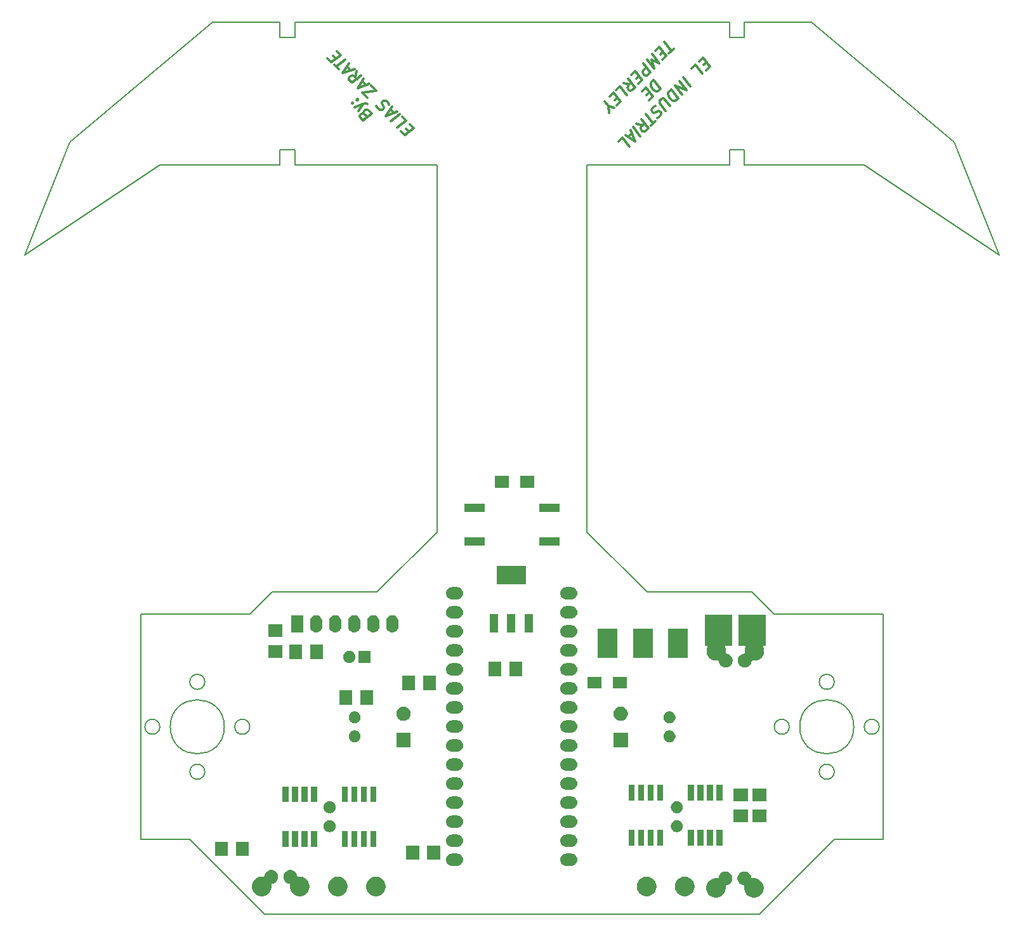
<source format=gbr>
G04 #@! TF.GenerationSoftware,KiCad,Pcbnew,(5.1.4)-1*
G04 #@! TF.CreationDate,2020-10-19T13:56:17-03:00*
G04 #@! TF.ProjectId,VELOCISTA,56454c4f-4349-4535-9441-2e6b69636164,rev?*
G04 #@! TF.SameCoordinates,Original*
G04 #@! TF.FileFunction,Soldermask,Top*
G04 #@! TF.FilePolarity,Negative*
%FSLAX46Y46*%
G04 Gerber Fmt 4.6, Leading zero omitted, Abs format (unit mm)*
G04 Created by KiCad (PCBNEW (5.1.4)-1) date 2020-10-19 13:56:17*
%MOMM*%
%LPD*%
G04 APERTURE LIST*
%ADD10C,0.150000*%
%ADD11C,0.300000*%
%ADD12C,0.100000*%
G04 APERTURE END LIST*
D10*
X137000000Y-142000000D02*
G75*
G03X137000000Y-142000000I-1000000J0D01*
G01*
X143000000Y-148000000D02*
G75*
G03X143000000Y-148000000I-1000000J0D01*
G01*
X149000000Y-142000000D02*
G75*
G03X149000000Y-142000000I-1000000J0D01*
G01*
X143000000Y-136000000D02*
G75*
G03X143000000Y-136000000I-1000000J0D01*
G01*
X53000000Y-142000000D02*
G75*
G03X53000000Y-142000000I-1000000J0D01*
G01*
X65000000Y-142000000D02*
G75*
G03X65000000Y-142000000I-1000000J0D01*
G01*
X59000000Y-148000000D02*
G75*
G03X59000000Y-148000000I-1000000J0D01*
G01*
X59000000Y-136000000D02*
G75*
G03X59000000Y-136000000I-1000000J0D01*
G01*
X145605551Y-142000000D02*
G75*
G03X145605551Y-142000000I-3605551J0D01*
G01*
X61605551Y-142000000D02*
G75*
G03X61605551Y-142000000I-3605551J0D01*
G01*
X132000000Y-124000000D02*
X135000000Y-127000000D01*
X132000000Y-124000000D02*
X118000000Y-124000000D01*
X65000000Y-127000000D02*
X50500000Y-127000000D01*
X68000000Y-124000000D02*
X65000000Y-127000000D01*
D11*
X125950379Y-53307387D02*
X125596826Y-53660940D01*
X124959167Y-53187431D02*
X125464243Y-52682355D01*
X126392321Y-53875597D01*
X125887245Y-54380674D01*
X123999522Y-54147076D02*
X124504598Y-53642000D01*
X125432676Y-54835242D01*
X122837847Y-55308751D02*
X123765924Y-56501994D01*
X122332771Y-55813828D02*
X123260848Y-57007070D01*
X121726679Y-56419919D01*
X122654757Y-57613162D01*
X121221603Y-56924995D02*
X122149680Y-58118238D01*
X121897142Y-58370776D01*
X121701425Y-58465478D01*
X121512022Y-58452851D01*
X121373126Y-58389717D01*
X121145841Y-58212940D01*
X121013259Y-58042477D01*
X120886990Y-57764685D01*
X120849109Y-57600535D01*
X120861736Y-57385877D01*
X120969065Y-57177534D01*
X121221603Y-56924995D01*
X121089020Y-59178898D02*
X120337719Y-58212940D01*
X120198823Y-58149805D01*
X120104121Y-58143492D01*
X119958912Y-58187686D01*
X119756882Y-58389717D01*
X119700060Y-58547553D01*
X119693747Y-58654882D01*
X119731628Y-58819031D01*
X120482929Y-59784990D01*
X119144477Y-59103137D02*
X118948759Y-59197839D01*
X118696221Y-59450377D01*
X118639400Y-59608213D01*
X118633087Y-59715542D01*
X118670968Y-59879692D01*
X118759356Y-59993334D01*
X118898252Y-60056468D01*
X118992954Y-60062782D01*
X119138163Y-60018588D01*
X119384388Y-59873378D01*
X119529597Y-59829184D01*
X119624299Y-59835497D01*
X119763195Y-59898632D01*
X119851583Y-60012274D01*
X119889464Y-60176424D01*
X119883151Y-60283753D01*
X119826329Y-60441589D01*
X119573791Y-60694127D01*
X119378074Y-60788829D01*
X119119223Y-61148696D02*
X118513131Y-61754787D01*
X117888099Y-60258499D02*
X118816177Y-61451741D01*
X116625409Y-61521189D02*
X117420904Y-61735847D01*
X117231500Y-60915098D02*
X118159578Y-62108341D01*
X117755517Y-62512402D01*
X117610307Y-62556596D01*
X117515606Y-62550282D01*
X117376710Y-62487148D01*
X117244127Y-62316685D01*
X117206246Y-62152535D01*
X117212560Y-62045206D01*
X117269381Y-61887370D01*
X117673442Y-61483309D01*
X116170840Y-61975758D02*
X117098918Y-63169001D01*
X115981436Y-62771253D02*
X115476360Y-63276330D01*
X115817287Y-62329311D02*
X116391811Y-63876108D01*
X115110180Y-63036418D01*
X114251550Y-63895048D02*
X114756626Y-63389972D01*
X115684704Y-64583214D01*
X118888151Y-55652203D02*
X119816228Y-56845446D01*
X119563690Y-57097984D01*
X119367973Y-57192686D01*
X119178569Y-57180059D01*
X119039673Y-57116925D01*
X118812389Y-56940148D01*
X118679807Y-56769685D01*
X118553538Y-56491893D01*
X118515657Y-56327743D01*
X118528284Y-56113086D01*
X118635612Y-55904742D01*
X118888151Y-55652203D01*
X118313626Y-57337896D02*
X117960073Y-57691449D01*
X117322414Y-57217940D02*
X117827490Y-56712864D01*
X118755568Y-57906106D01*
X118250492Y-58411183D01*
X121548640Y-51506790D02*
X120942549Y-52112882D01*
X120317517Y-50616593D02*
X121245594Y-51809836D01*
X120147054Y-51898224D02*
X119793500Y-52251778D01*
X119155841Y-51778269D02*
X119660918Y-51273192D01*
X120588995Y-52466435D01*
X120083919Y-52971511D01*
X118701273Y-52232837D02*
X119629350Y-53426080D01*
X118612884Y-52927317D01*
X118922244Y-54133187D01*
X117994166Y-52939944D01*
X117489090Y-53445020D02*
X118417167Y-54638263D01*
X118013106Y-55042324D01*
X117867897Y-55086518D01*
X117773195Y-55080205D01*
X117634299Y-55017070D01*
X117501717Y-54846607D01*
X117463836Y-54682457D01*
X117470149Y-54575129D01*
X117526970Y-54417292D01*
X117931031Y-54013231D01*
X116914565Y-55130713D02*
X116561012Y-55484266D01*
X115923353Y-55010757D02*
X116428429Y-54505681D01*
X117356507Y-55698923D01*
X116851431Y-56204000D01*
X114862693Y-56071417D02*
X115658188Y-56286074D01*
X115468785Y-55465326D02*
X116396862Y-56658568D01*
X115992801Y-57062629D01*
X115847592Y-57106823D01*
X115752890Y-57100510D01*
X115613994Y-57037375D01*
X115481411Y-56866912D01*
X115443531Y-56702762D01*
X115449844Y-56595434D01*
X115506665Y-56437597D01*
X115910726Y-56033536D01*
X113903048Y-57031062D02*
X114408124Y-56525986D01*
X115336202Y-57719228D01*
X114035631Y-58009647D02*
X113682077Y-58363201D01*
X113044418Y-57889692D02*
X113549495Y-57384615D01*
X114477572Y-58577858D01*
X113972496Y-59082934D01*
X112829761Y-59114502D02*
X112387819Y-58546291D01*
X113669450Y-59385980D02*
X112829761Y-59114502D01*
X112962344Y-60093087D01*
D10*
X69000000Y-67000000D02*
X53000000Y-67000000D01*
X69000000Y-67000000D02*
X69000000Y-65000000D01*
X71000000Y-65000000D02*
X69000000Y-65000000D01*
X71000000Y-65000000D02*
X71000000Y-67000000D01*
X69000000Y-48000000D02*
X60000000Y-48000000D01*
X69000000Y-50000000D02*
X69000000Y-48000000D01*
X71000000Y-50000000D02*
X69000000Y-50000000D01*
X71000000Y-48000000D02*
X71000000Y-50000000D01*
X159000000Y-64000000D02*
X140000000Y-48000000D01*
X131000000Y-48000000D02*
X140000000Y-48000000D01*
X131000000Y-50000000D02*
X131000000Y-48000000D01*
X129000000Y-50000000D02*
X131000000Y-50000000D01*
X129000000Y-48000000D02*
X129000000Y-50000000D01*
X131000000Y-65000000D02*
X131000000Y-67000000D01*
X129000000Y-65000000D02*
X131000000Y-65000000D01*
X129000000Y-67000000D02*
X129000000Y-65000000D01*
X147000000Y-67000000D02*
X165000000Y-79000000D01*
X53000000Y-67000000D02*
X35000000Y-79000000D01*
X90000000Y-67000000D02*
X71000000Y-67000000D01*
D11*
X80298487Y-60253132D02*
X80203785Y-60057415D01*
X80210099Y-59962713D01*
X80273233Y-59823817D01*
X80443696Y-59691234D01*
X80607846Y-59653354D01*
X80715175Y-59659667D01*
X80873011Y-59716488D01*
X81277072Y-60120549D01*
X80083830Y-61048627D01*
X79730276Y-60695074D01*
X79686082Y-60549864D01*
X79692395Y-60455162D01*
X79755530Y-60316266D01*
X79869172Y-60227878D01*
X80033322Y-60189997D01*
X80140651Y-60196311D01*
X80298487Y-60253132D01*
X80652040Y-60606685D01*
X79521932Y-59779623D02*
X80064889Y-58908366D01*
X79016856Y-59274547D02*
X80064889Y-58908366D01*
X80450010Y-58788411D01*
X80557339Y-58794724D01*
X80715175Y-58851545D01*
X79294648Y-58340155D02*
X79300961Y-58245454D01*
X79408290Y-58251767D01*
X79401977Y-58346469D01*
X79294648Y-58340155D01*
X79408290Y-58251767D01*
X78669616Y-58826291D02*
X78675929Y-58731590D01*
X78783258Y-58737903D01*
X78776945Y-58832605D01*
X78669616Y-58826291D01*
X78783258Y-58737903D01*
X86217981Y-62566381D02*
X85864427Y-62212828D01*
X86337936Y-61575169D02*
X86843012Y-62080246D01*
X85649770Y-63008323D01*
X85144694Y-62503247D01*
X85378291Y-60615524D02*
X85883368Y-61120601D01*
X84690125Y-62048678D01*
X85024738Y-60261971D02*
X83831495Y-61190049D01*
X84229243Y-60072567D02*
X83724166Y-59567491D01*
X84671185Y-59908418D02*
X83124388Y-60482942D01*
X83964078Y-59201311D01*
X83604211Y-58942459D02*
X83509509Y-58746742D01*
X83256971Y-58494204D01*
X83099135Y-58437383D01*
X82991806Y-58431069D01*
X82827656Y-58468950D01*
X82714014Y-58557339D01*
X82650879Y-58696235D01*
X82644566Y-58790936D01*
X82688760Y-58936146D01*
X82833970Y-59182370D01*
X82878164Y-59327580D01*
X82871850Y-59422282D01*
X82808716Y-59561178D01*
X82695074Y-59649566D01*
X82530924Y-59687447D01*
X82423595Y-59681133D01*
X82265759Y-59624312D01*
X82013221Y-59371774D01*
X81918519Y-59176057D01*
X80700022Y-58058576D02*
X79992916Y-57351469D01*
X81893265Y-57130498D01*
X81186158Y-56423391D01*
X80491678Y-56335003D02*
X79986602Y-55829927D01*
X80933620Y-56170853D02*
X79386824Y-56745377D01*
X80226513Y-55463746D01*
X79266868Y-54504101D02*
X79052211Y-55299597D01*
X79872960Y-55110193D02*
X78679717Y-56038271D01*
X78275656Y-55634210D01*
X78231462Y-55489000D01*
X78237775Y-55394298D01*
X78300910Y-55255402D01*
X78471373Y-55122820D01*
X78635523Y-55084939D01*
X78742852Y-55091253D01*
X78900688Y-55148074D01*
X79304749Y-55552135D01*
X78521881Y-54365205D02*
X78016805Y-53860129D01*
X78963823Y-54201056D02*
X77417027Y-54775580D01*
X78256716Y-53493949D01*
X76861443Y-54219996D02*
X76255351Y-53613905D01*
X77751640Y-52988873D02*
X76558397Y-53916950D01*
X76470009Y-52818409D02*
X76116455Y-52464856D01*
X76589964Y-51827197D02*
X77095040Y-52332274D01*
X75901798Y-53260351D01*
X75396721Y-52755275D01*
D10*
X110000000Y-116000000D02*
X110000000Y-67000000D01*
X90000000Y-67000000D02*
X90000000Y-116000000D01*
X110000000Y-67000000D02*
X129000000Y-67000000D01*
X159000000Y-64000000D02*
X165000000Y-79000000D01*
X131000000Y-67000000D02*
X147000000Y-67000000D01*
X133000000Y-167000000D02*
X67000000Y-167000000D01*
X143000000Y-157000000D02*
X133000000Y-167000000D01*
X149500000Y-157000000D02*
X143000000Y-157000000D01*
X57000000Y-157000000D02*
X67000000Y-167000000D01*
X50500000Y-157000000D02*
X57000000Y-157000000D01*
X50500000Y-127000000D02*
X50500000Y-157000000D01*
X149500000Y-127000000D02*
X149500000Y-157000000D01*
X149500000Y-127000000D02*
X135000000Y-127000000D01*
X82000000Y-124000000D02*
X68000000Y-124000000D01*
X90000000Y-116000000D02*
X82000000Y-124000000D01*
X110000000Y-116000000D02*
X118000000Y-124000000D01*
X60000000Y-48000000D02*
X41000000Y-64000000D01*
X41000000Y-64000000D02*
X35000000Y-79000000D01*
X71000000Y-48000000D02*
X129000000Y-48000000D01*
D12*
G36*
X131290104Y-161339585D02*
G01*
X131458626Y-161409389D01*
X131610291Y-161510728D01*
X131739272Y-161639709D01*
X131840611Y-161791374D01*
X131910415Y-161959896D01*
X131941349Y-162115415D01*
X131948462Y-162138864D01*
X131960013Y-162160475D01*
X131975559Y-162179417D01*
X131994501Y-162194962D01*
X132016111Y-162206513D01*
X132039560Y-162213626D01*
X132063946Y-162216028D01*
X132088332Y-162213626D01*
X132161861Y-162199000D01*
X132418139Y-162199000D01*
X132669487Y-162248996D01*
X132906253Y-162347068D01*
X132906255Y-162347069D01*
X133119339Y-162489447D01*
X133300553Y-162670661D01*
X133420792Y-162850611D01*
X133442932Y-162883747D01*
X133541004Y-163120513D01*
X133591000Y-163371861D01*
X133591000Y-163628139D01*
X133541004Y-163879487D01*
X133525774Y-163916255D01*
X133442931Y-164116255D01*
X133300553Y-164329339D01*
X133119339Y-164510553D01*
X132906255Y-164652931D01*
X132906254Y-164652932D01*
X132906253Y-164652932D01*
X132669487Y-164751004D01*
X132418139Y-164801000D01*
X132161861Y-164801000D01*
X131910513Y-164751004D01*
X131673747Y-164652932D01*
X131673746Y-164652932D01*
X131673745Y-164652931D01*
X131460661Y-164510553D01*
X131279447Y-164329339D01*
X131137069Y-164116255D01*
X131054226Y-163916255D01*
X131038996Y-163879487D01*
X130989000Y-163628139D01*
X130989000Y-163371861D01*
X131003626Y-163298332D01*
X131006028Y-163273946D01*
X131003626Y-163249560D01*
X130996513Y-163226111D01*
X130984962Y-163204500D01*
X130969417Y-163185558D01*
X130950475Y-163170013D01*
X130928864Y-163158462D01*
X130905416Y-163151349D01*
X130749896Y-163120415D01*
X130581374Y-163050611D01*
X130429709Y-162949272D01*
X130300728Y-162820291D01*
X130199389Y-162668626D01*
X130129585Y-162500104D01*
X130094000Y-162321203D01*
X130094000Y-162138797D01*
X130129585Y-161959896D01*
X130199389Y-161791374D01*
X130300728Y-161639709D01*
X130429709Y-161510728D01*
X130581374Y-161409389D01*
X130749896Y-161339585D01*
X130928797Y-161304000D01*
X131111203Y-161304000D01*
X131290104Y-161339585D01*
X131290104Y-161339585D01*
G37*
G36*
X128750104Y-161339585D02*
G01*
X128918626Y-161409389D01*
X129070291Y-161510728D01*
X129199272Y-161639709D01*
X129300611Y-161791374D01*
X129370415Y-161959896D01*
X129406000Y-162138797D01*
X129406000Y-162321203D01*
X129370415Y-162500104D01*
X129300611Y-162668626D01*
X129199272Y-162820291D01*
X129070291Y-162949272D01*
X128918626Y-163050611D01*
X128750104Y-163120415D01*
X128594584Y-163151349D01*
X128571136Y-163158462D01*
X128549525Y-163170013D01*
X128530583Y-163185559D01*
X128515038Y-163204501D01*
X128503487Y-163226111D01*
X128496374Y-163249560D01*
X128493972Y-163273946D01*
X128496374Y-163298332D01*
X128511000Y-163371861D01*
X128511000Y-163628139D01*
X128461004Y-163879487D01*
X128445774Y-163916255D01*
X128362931Y-164116255D01*
X128220553Y-164329339D01*
X128039339Y-164510553D01*
X127826255Y-164652931D01*
X127826254Y-164652932D01*
X127826253Y-164652932D01*
X127589487Y-164751004D01*
X127338139Y-164801000D01*
X127081861Y-164801000D01*
X126830513Y-164751004D01*
X126593747Y-164652932D01*
X126593746Y-164652932D01*
X126593745Y-164652931D01*
X126380661Y-164510553D01*
X126199447Y-164329339D01*
X126057069Y-164116255D01*
X125974226Y-163916255D01*
X125958996Y-163879487D01*
X125909000Y-163628139D01*
X125909000Y-163371861D01*
X125958996Y-163120513D01*
X126057068Y-162883747D01*
X126079209Y-162850611D01*
X126199447Y-162670661D01*
X126380661Y-162489447D01*
X126593745Y-162347069D01*
X126593747Y-162347068D01*
X126830513Y-162248996D01*
X127081861Y-162199000D01*
X127338139Y-162199000D01*
X127411668Y-162213626D01*
X127436054Y-162216028D01*
X127460440Y-162213626D01*
X127483889Y-162206513D01*
X127505500Y-162194962D01*
X127524442Y-162179417D01*
X127539987Y-162160475D01*
X127551538Y-162138864D01*
X127558651Y-162115415D01*
X127589585Y-161959896D01*
X127659389Y-161791374D01*
X127760728Y-161639709D01*
X127889709Y-161510728D01*
X128041374Y-161409389D01*
X128209896Y-161339585D01*
X128388797Y-161304000D01*
X128571203Y-161304000D01*
X128750104Y-161339585D01*
X128750104Y-161339585D01*
G37*
G36*
X70680104Y-161139585D02*
G01*
X70848626Y-161209389D01*
X71000291Y-161310728D01*
X71129272Y-161439709D01*
X71230611Y-161591374D01*
X71300415Y-161759896D01*
X71331349Y-161915415D01*
X71338462Y-161938864D01*
X71350013Y-161960475D01*
X71365559Y-161979417D01*
X71384501Y-161994962D01*
X71406111Y-162006513D01*
X71429560Y-162013626D01*
X71453946Y-162016028D01*
X71478332Y-162013626D01*
X71551861Y-161999000D01*
X71808139Y-161999000D01*
X72059487Y-162048996D01*
X72296253Y-162147068D01*
X72296255Y-162147069D01*
X72509339Y-162289447D01*
X72690553Y-162470661D01*
X72824189Y-162670661D01*
X72832932Y-162683747D01*
X72931004Y-162920513D01*
X72981000Y-163171861D01*
X72981000Y-163428139D01*
X72931004Y-163679487D01*
X72832932Y-163916253D01*
X72832931Y-163916255D01*
X72690553Y-164129339D01*
X72509339Y-164310553D01*
X72296255Y-164452931D01*
X72296254Y-164452932D01*
X72296253Y-164452932D01*
X72059487Y-164551004D01*
X71808139Y-164601000D01*
X71551861Y-164601000D01*
X71300513Y-164551004D01*
X71063747Y-164452932D01*
X71063746Y-164452932D01*
X71063745Y-164452931D01*
X70850661Y-164310553D01*
X70669447Y-164129339D01*
X70527069Y-163916255D01*
X70527068Y-163916253D01*
X70428996Y-163679487D01*
X70379000Y-163428139D01*
X70379000Y-163171861D01*
X70393626Y-163098332D01*
X70396028Y-163073946D01*
X70393626Y-163049560D01*
X70386513Y-163026111D01*
X70374962Y-163004500D01*
X70359417Y-162985558D01*
X70340475Y-162970013D01*
X70318864Y-162958462D01*
X70295416Y-162951349D01*
X70139896Y-162920415D01*
X69971374Y-162850611D01*
X69819709Y-162749272D01*
X69690728Y-162620291D01*
X69589389Y-162468626D01*
X69519585Y-162300104D01*
X69484000Y-162121203D01*
X69484000Y-161938797D01*
X69519585Y-161759896D01*
X69589389Y-161591374D01*
X69690728Y-161439709D01*
X69819709Y-161310728D01*
X69971374Y-161209389D01*
X70139896Y-161139585D01*
X70318797Y-161104000D01*
X70501203Y-161104000D01*
X70680104Y-161139585D01*
X70680104Y-161139585D01*
G37*
G36*
X118339487Y-162048996D02*
G01*
X118576253Y-162147068D01*
X118576255Y-162147069D01*
X118789339Y-162289447D01*
X118970553Y-162470661D01*
X119104189Y-162670661D01*
X119112932Y-162683747D01*
X119211004Y-162920513D01*
X119261000Y-163171861D01*
X119261000Y-163428139D01*
X119211004Y-163679487D01*
X119112932Y-163916253D01*
X119112931Y-163916255D01*
X118970553Y-164129339D01*
X118789339Y-164310553D01*
X118576255Y-164452931D01*
X118576254Y-164452932D01*
X118576253Y-164452932D01*
X118339487Y-164551004D01*
X118088139Y-164601000D01*
X117831861Y-164601000D01*
X117580513Y-164551004D01*
X117343747Y-164452932D01*
X117343746Y-164452932D01*
X117343745Y-164452931D01*
X117130661Y-164310553D01*
X116949447Y-164129339D01*
X116807069Y-163916255D01*
X116807068Y-163916253D01*
X116708996Y-163679487D01*
X116659000Y-163428139D01*
X116659000Y-163171861D01*
X116708996Y-162920513D01*
X116807068Y-162683747D01*
X116815812Y-162670661D01*
X116949447Y-162470661D01*
X117130661Y-162289447D01*
X117343745Y-162147069D01*
X117343747Y-162147068D01*
X117580513Y-162048996D01*
X117831861Y-161999000D01*
X118088139Y-161999000D01*
X118339487Y-162048996D01*
X118339487Y-162048996D01*
G37*
G36*
X123419487Y-162048996D02*
G01*
X123656253Y-162147068D01*
X123656255Y-162147069D01*
X123869339Y-162289447D01*
X124050553Y-162470661D01*
X124184189Y-162670661D01*
X124192932Y-162683747D01*
X124291004Y-162920513D01*
X124341000Y-163171861D01*
X124341000Y-163428139D01*
X124291004Y-163679487D01*
X124192932Y-163916253D01*
X124192931Y-163916255D01*
X124050553Y-164129339D01*
X123869339Y-164310553D01*
X123656255Y-164452931D01*
X123656254Y-164452932D01*
X123656253Y-164452932D01*
X123419487Y-164551004D01*
X123168139Y-164601000D01*
X122911861Y-164601000D01*
X122660513Y-164551004D01*
X122423747Y-164452932D01*
X122423746Y-164452932D01*
X122423745Y-164452931D01*
X122210661Y-164310553D01*
X122029447Y-164129339D01*
X121887069Y-163916255D01*
X121887068Y-163916253D01*
X121788996Y-163679487D01*
X121739000Y-163428139D01*
X121739000Y-163171861D01*
X121788996Y-162920513D01*
X121887068Y-162683747D01*
X121895812Y-162670661D01*
X122029447Y-162470661D01*
X122210661Y-162289447D01*
X122423745Y-162147069D01*
X122423747Y-162147068D01*
X122660513Y-162048996D01*
X122911861Y-161999000D01*
X123168139Y-161999000D01*
X123419487Y-162048996D01*
X123419487Y-162048996D01*
G37*
G36*
X82219487Y-162048996D02*
G01*
X82456253Y-162147068D01*
X82456255Y-162147069D01*
X82669339Y-162289447D01*
X82850553Y-162470661D01*
X82984189Y-162670661D01*
X82992932Y-162683747D01*
X83091004Y-162920513D01*
X83141000Y-163171861D01*
X83141000Y-163428139D01*
X83091004Y-163679487D01*
X82992932Y-163916253D01*
X82992931Y-163916255D01*
X82850553Y-164129339D01*
X82669339Y-164310553D01*
X82456255Y-164452931D01*
X82456254Y-164452932D01*
X82456253Y-164452932D01*
X82219487Y-164551004D01*
X81968139Y-164601000D01*
X81711861Y-164601000D01*
X81460513Y-164551004D01*
X81223747Y-164452932D01*
X81223746Y-164452932D01*
X81223745Y-164452931D01*
X81010661Y-164310553D01*
X80829447Y-164129339D01*
X80687069Y-163916255D01*
X80687068Y-163916253D01*
X80588996Y-163679487D01*
X80539000Y-163428139D01*
X80539000Y-163171861D01*
X80588996Y-162920513D01*
X80687068Y-162683747D01*
X80695812Y-162670661D01*
X80829447Y-162470661D01*
X81010661Y-162289447D01*
X81223745Y-162147069D01*
X81223747Y-162147068D01*
X81460513Y-162048996D01*
X81711861Y-161999000D01*
X81968139Y-161999000D01*
X82219487Y-162048996D01*
X82219487Y-162048996D01*
G37*
G36*
X77139487Y-162048996D02*
G01*
X77376253Y-162147068D01*
X77376255Y-162147069D01*
X77589339Y-162289447D01*
X77770553Y-162470661D01*
X77904189Y-162670661D01*
X77912932Y-162683747D01*
X78011004Y-162920513D01*
X78061000Y-163171861D01*
X78061000Y-163428139D01*
X78011004Y-163679487D01*
X77912932Y-163916253D01*
X77912931Y-163916255D01*
X77770553Y-164129339D01*
X77589339Y-164310553D01*
X77376255Y-164452931D01*
X77376254Y-164452932D01*
X77376253Y-164452932D01*
X77139487Y-164551004D01*
X76888139Y-164601000D01*
X76631861Y-164601000D01*
X76380513Y-164551004D01*
X76143747Y-164452932D01*
X76143746Y-164452932D01*
X76143745Y-164452931D01*
X75930661Y-164310553D01*
X75749447Y-164129339D01*
X75607069Y-163916255D01*
X75607068Y-163916253D01*
X75508996Y-163679487D01*
X75459000Y-163428139D01*
X75459000Y-163171861D01*
X75508996Y-162920513D01*
X75607068Y-162683747D01*
X75615812Y-162670661D01*
X75749447Y-162470661D01*
X75930661Y-162289447D01*
X76143745Y-162147069D01*
X76143747Y-162147068D01*
X76380513Y-162048996D01*
X76631861Y-161999000D01*
X76888139Y-161999000D01*
X77139487Y-162048996D01*
X77139487Y-162048996D01*
G37*
G36*
X68140104Y-161139585D02*
G01*
X68308626Y-161209389D01*
X68460291Y-161310728D01*
X68589272Y-161439709D01*
X68690611Y-161591374D01*
X68760415Y-161759896D01*
X68796000Y-161938797D01*
X68796000Y-162121203D01*
X68760415Y-162300104D01*
X68690611Y-162468626D01*
X68589272Y-162620291D01*
X68460291Y-162749272D01*
X68308626Y-162850611D01*
X68140104Y-162920415D01*
X67984584Y-162951349D01*
X67961136Y-162958462D01*
X67939525Y-162970013D01*
X67920583Y-162985559D01*
X67905038Y-163004501D01*
X67893487Y-163026111D01*
X67886374Y-163049560D01*
X67883972Y-163073946D01*
X67886374Y-163098332D01*
X67901000Y-163171861D01*
X67901000Y-163428139D01*
X67851004Y-163679487D01*
X67752932Y-163916253D01*
X67752931Y-163916255D01*
X67610553Y-164129339D01*
X67429339Y-164310553D01*
X67216255Y-164452931D01*
X67216254Y-164452932D01*
X67216253Y-164452932D01*
X66979487Y-164551004D01*
X66728139Y-164601000D01*
X66471861Y-164601000D01*
X66220513Y-164551004D01*
X65983747Y-164452932D01*
X65983746Y-164452932D01*
X65983745Y-164452931D01*
X65770661Y-164310553D01*
X65589447Y-164129339D01*
X65447069Y-163916255D01*
X65447068Y-163916253D01*
X65348996Y-163679487D01*
X65299000Y-163428139D01*
X65299000Y-163171861D01*
X65348996Y-162920513D01*
X65447068Y-162683747D01*
X65455812Y-162670661D01*
X65589447Y-162470661D01*
X65770661Y-162289447D01*
X65983745Y-162147069D01*
X65983747Y-162147068D01*
X66220513Y-162048996D01*
X66471861Y-161999000D01*
X66728139Y-161999000D01*
X66801668Y-162013626D01*
X66826054Y-162016028D01*
X66850440Y-162013626D01*
X66873889Y-162006513D01*
X66895500Y-161994962D01*
X66914442Y-161979417D01*
X66929987Y-161960475D01*
X66941538Y-161938864D01*
X66948651Y-161915415D01*
X66979585Y-161759896D01*
X67049389Y-161591374D01*
X67150728Y-161439709D01*
X67279709Y-161310728D01*
X67431374Y-161209389D01*
X67599896Y-161139585D01*
X67778797Y-161104000D01*
X67961203Y-161104000D01*
X68140104Y-161139585D01*
X68140104Y-161139585D01*
G37*
G36*
X92747567Y-158920921D02*
G01*
X92827196Y-158928764D01*
X92980447Y-158975252D01*
X92980450Y-158975253D01*
X93121683Y-159050744D01*
X93245479Y-159152341D01*
X93347076Y-159276137D01*
X93422567Y-159417370D01*
X93422568Y-159417373D01*
X93469056Y-159570624D01*
X93484753Y-159730000D01*
X93469056Y-159889376D01*
X93422568Y-160042627D01*
X93422567Y-160042630D01*
X93347076Y-160183863D01*
X93245479Y-160307659D01*
X93121683Y-160409256D01*
X92980450Y-160484747D01*
X92980447Y-160484748D01*
X92827196Y-160531236D01*
X92747567Y-160539079D01*
X92707754Y-160543000D01*
X91952246Y-160543000D01*
X91912433Y-160539079D01*
X91832804Y-160531236D01*
X91679553Y-160484748D01*
X91679550Y-160484747D01*
X91538317Y-160409256D01*
X91414521Y-160307659D01*
X91312924Y-160183863D01*
X91237433Y-160042630D01*
X91237432Y-160042627D01*
X91190944Y-159889376D01*
X91175247Y-159730000D01*
X91190944Y-159570624D01*
X91237432Y-159417373D01*
X91237433Y-159417370D01*
X91312924Y-159276137D01*
X91414521Y-159152341D01*
X91538317Y-159050744D01*
X91679550Y-158975253D01*
X91679553Y-158975252D01*
X91832804Y-158928764D01*
X91912433Y-158920921D01*
X91952246Y-158917000D01*
X92707754Y-158917000D01*
X92747567Y-158920921D01*
X92747567Y-158920921D01*
G37*
G36*
X107987567Y-158920921D02*
G01*
X108067196Y-158928764D01*
X108220447Y-158975252D01*
X108220450Y-158975253D01*
X108361683Y-159050744D01*
X108485479Y-159152341D01*
X108587076Y-159276137D01*
X108662567Y-159417370D01*
X108662568Y-159417373D01*
X108709056Y-159570624D01*
X108724753Y-159730000D01*
X108709056Y-159889376D01*
X108662568Y-160042627D01*
X108662567Y-160042630D01*
X108587076Y-160183863D01*
X108485479Y-160307659D01*
X108361683Y-160409256D01*
X108220450Y-160484747D01*
X108220447Y-160484748D01*
X108067196Y-160531236D01*
X107987567Y-160539079D01*
X107947754Y-160543000D01*
X107192246Y-160543000D01*
X107152433Y-160539079D01*
X107072804Y-160531236D01*
X106919553Y-160484748D01*
X106919550Y-160484747D01*
X106778317Y-160409256D01*
X106654521Y-160307659D01*
X106552924Y-160183863D01*
X106477433Y-160042630D01*
X106477432Y-160042627D01*
X106430944Y-159889376D01*
X106415247Y-159730000D01*
X106430944Y-159570624D01*
X106477432Y-159417373D01*
X106477433Y-159417370D01*
X106552924Y-159276137D01*
X106654521Y-159152341D01*
X106778317Y-159050744D01*
X106919550Y-158975253D01*
X106919553Y-158975252D01*
X107072804Y-158928764D01*
X107152433Y-158920921D01*
X107192246Y-158917000D01*
X107947754Y-158917000D01*
X107987567Y-158920921D01*
X107987567Y-158920921D01*
G37*
G36*
X90395100Y-159727700D02*
G01*
X88692900Y-159727700D01*
X88692900Y-157822300D01*
X90395100Y-157822300D01*
X90395100Y-159727700D01*
X90395100Y-159727700D01*
G37*
G36*
X87601100Y-159727700D02*
G01*
X85898900Y-159727700D01*
X85898900Y-157822300D01*
X87601100Y-157822300D01*
X87601100Y-159727700D01*
X87601100Y-159727700D01*
G37*
G36*
X62084100Y-159242700D02*
G01*
X60381900Y-159242700D01*
X60381900Y-157337300D01*
X62084100Y-157337300D01*
X62084100Y-159242700D01*
X62084100Y-159242700D01*
G37*
G36*
X64878100Y-159242700D02*
G01*
X63175900Y-159242700D01*
X63175900Y-157337300D01*
X64878100Y-157337300D01*
X64878100Y-159242700D01*
X64878100Y-159242700D01*
G37*
G36*
X79371600Y-158051000D02*
G01*
X78558400Y-158051000D01*
X78558400Y-155949000D01*
X79371600Y-155949000D01*
X79371600Y-158051000D01*
X79371600Y-158051000D01*
G37*
G36*
X78101600Y-158051000D02*
G01*
X77288400Y-158051000D01*
X77288400Y-155949000D01*
X78101600Y-155949000D01*
X78101600Y-158051000D01*
X78101600Y-158051000D01*
G37*
G36*
X80641600Y-158051000D02*
G01*
X79828400Y-158051000D01*
X79828400Y-155949000D01*
X80641600Y-155949000D01*
X80641600Y-158051000D01*
X80641600Y-158051000D01*
G37*
G36*
X81911600Y-158051000D02*
G01*
X81098400Y-158051000D01*
X81098400Y-155949000D01*
X81911600Y-155949000D01*
X81911600Y-158051000D01*
X81911600Y-158051000D01*
G37*
G36*
X70201600Y-158051000D02*
G01*
X69388400Y-158051000D01*
X69388400Y-155949000D01*
X70201600Y-155949000D01*
X70201600Y-158051000D01*
X70201600Y-158051000D01*
G37*
G36*
X71471600Y-158051000D02*
G01*
X70658400Y-158051000D01*
X70658400Y-155949000D01*
X71471600Y-155949000D01*
X71471600Y-158051000D01*
X71471600Y-158051000D01*
G37*
G36*
X72741600Y-158051000D02*
G01*
X71928400Y-158051000D01*
X71928400Y-155949000D01*
X72741600Y-155949000D01*
X72741600Y-158051000D01*
X72741600Y-158051000D01*
G37*
G36*
X74011600Y-158051000D02*
G01*
X73198400Y-158051000D01*
X73198400Y-155949000D01*
X74011600Y-155949000D01*
X74011600Y-158051000D01*
X74011600Y-158051000D01*
G37*
G36*
X92747567Y-156380921D02*
G01*
X92827196Y-156388764D01*
X92980447Y-156435252D01*
X92980450Y-156435253D01*
X93121683Y-156510744D01*
X93245479Y-156612341D01*
X93347076Y-156736137D01*
X93422567Y-156877370D01*
X93422568Y-156877373D01*
X93469056Y-157030624D01*
X93484753Y-157190000D01*
X93469056Y-157349376D01*
X93422568Y-157502627D01*
X93422567Y-157502630D01*
X93347076Y-157643863D01*
X93245479Y-157767659D01*
X93121683Y-157869256D01*
X92980450Y-157944747D01*
X92980447Y-157944748D01*
X92827196Y-157991236D01*
X92747567Y-157999079D01*
X92707754Y-158003000D01*
X91952246Y-158003000D01*
X91912433Y-157999079D01*
X91832804Y-157991236D01*
X91679553Y-157944748D01*
X91679550Y-157944747D01*
X91538317Y-157869256D01*
X91414521Y-157767659D01*
X91312924Y-157643863D01*
X91237433Y-157502630D01*
X91237432Y-157502627D01*
X91190944Y-157349376D01*
X91175247Y-157190000D01*
X91190944Y-157030624D01*
X91237432Y-156877373D01*
X91237433Y-156877370D01*
X91312924Y-156736137D01*
X91414521Y-156612341D01*
X91538317Y-156510744D01*
X91679550Y-156435253D01*
X91679553Y-156435252D01*
X91832804Y-156388764D01*
X91912433Y-156380921D01*
X91952246Y-156377000D01*
X92707754Y-156377000D01*
X92747567Y-156380921D01*
X92747567Y-156380921D01*
G37*
G36*
X107987567Y-156380921D02*
G01*
X108067196Y-156388764D01*
X108220447Y-156435252D01*
X108220450Y-156435253D01*
X108361683Y-156510744D01*
X108485479Y-156612341D01*
X108587076Y-156736137D01*
X108662567Y-156877370D01*
X108662568Y-156877373D01*
X108709056Y-157030624D01*
X108724753Y-157190000D01*
X108709056Y-157349376D01*
X108662568Y-157502627D01*
X108662567Y-157502630D01*
X108587076Y-157643863D01*
X108485479Y-157767659D01*
X108361683Y-157869256D01*
X108220450Y-157944747D01*
X108220447Y-157944748D01*
X108067196Y-157991236D01*
X107987567Y-157999079D01*
X107947754Y-158003000D01*
X107192246Y-158003000D01*
X107152433Y-157999079D01*
X107072804Y-157991236D01*
X106919553Y-157944748D01*
X106919550Y-157944747D01*
X106778317Y-157869256D01*
X106654521Y-157767659D01*
X106552924Y-157643863D01*
X106477433Y-157502630D01*
X106477432Y-157502627D01*
X106430944Y-157349376D01*
X106415247Y-157190000D01*
X106430944Y-157030624D01*
X106477432Y-156877373D01*
X106477433Y-156877370D01*
X106552924Y-156736137D01*
X106654521Y-156612341D01*
X106778317Y-156510744D01*
X106919550Y-156435253D01*
X106919553Y-156435252D01*
X107072804Y-156388764D01*
X107152433Y-156380921D01*
X107192246Y-156377000D01*
X107947754Y-156377000D01*
X107987567Y-156380921D01*
X107987567Y-156380921D01*
G37*
G36*
X117621600Y-157851000D02*
G01*
X116808400Y-157851000D01*
X116808400Y-155749000D01*
X117621600Y-155749000D01*
X117621600Y-157851000D01*
X117621600Y-157851000D01*
G37*
G36*
X116351600Y-157851000D02*
G01*
X115538400Y-157851000D01*
X115538400Y-155749000D01*
X116351600Y-155749000D01*
X116351600Y-157851000D01*
X116351600Y-157851000D01*
G37*
G36*
X118891600Y-157851000D02*
G01*
X118078400Y-157851000D01*
X118078400Y-155749000D01*
X118891600Y-155749000D01*
X118891600Y-157851000D01*
X118891600Y-157851000D01*
G37*
G36*
X120161600Y-157851000D02*
G01*
X119348400Y-157851000D01*
X119348400Y-155749000D01*
X120161600Y-155749000D01*
X120161600Y-157851000D01*
X120161600Y-157851000D01*
G37*
G36*
X124301600Y-157825999D02*
G01*
X123488400Y-157825999D01*
X123488400Y-155723999D01*
X124301600Y-155723999D01*
X124301600Y-157825999D01*
X124301600Y-157825999D01*
G37*
G36*
X125571600Y-157825999D02*
G01*
X124758400Y-157825999D01*
X124758400Y-155723999D01*
X125571600Y-155723999D01*
X125571600Y-157825999D01*
X125571600Y-157825999D01*
G37*
G36*
X128111600Y-157825999D02*
G01*
X127298400Y-157825999D01*
X127298400Y-155723999D01*
X128111600Y-155723999D01*
X128111600Y-157825999D01*
X128111600Y-157825999D01*
G37*
G36*
X126841600Y-157825999D02*
G01*
X126028400Y-157825999D01*
X126028400Y-155723999D01*
X126841600Y-155723999D01*
X126841600Y-157825999D01*
X126841600Y-157825999D01*
G37*
G36*
X75816378Y-154473832D02*
G01*
X75893809Y-154489234D01*
X76039686Y-154549658D01*
X76170971Y-154637380D01*
X76282620Y-154749029D01*
X76370342Y-154880314D01*
X76430766Y-155026191D01*
X76461570Y-155181052D01*
X76461570Y-155338948D01*
X76430766Y-155493809D01*
X76370342Y-155639686D01*
X76282620Y-155770971D01*
X76170971Y-155882620D01*
X76039686Y-155970342D01*
X75893809Y-156030766D01*
X75738949Y-156061570D01*
X75581051Y-156061570D01*
X75426191Y-156030766D01*
X75280314Y-155970342D01*
X75149029Y-155882620D01*
X75037380Y-155770971D01*
X74949658Y-155639686D01*
X74889234Y-155493809D01*
X74858430Y-155338948D01*
X74858430Y-155181052D01*
X74889234Y-155026191D01*
X74949658Y-154880314D01*
X75037380Y-154749029D01*
X75149029Y-154637380D01*
X75280314Y-154549658D01*
X75426191Y-154489234D01*
X75503622Y-154473832D01*
X75581051Y-154458430D01*
X75738949Y-154458430D01*
X75816378Y-154473832D01*
X75816378Y-154473832D01*
G37*
G36*
X122156378Y-154473832D02*
G01*
X122233809Y-154489234D01*
X122379686Y-154549658D01*
X122510971Y-154637380D01*
X122622620Y-154749029D01*
X122710342Y-154880314D01*
X122770766Y-155026191D01*
X122801570Y-155181052D01*
X122801570Y-155338948D01*
X122770766Y-155493809D01*
X122710342Y-155639686D01*
X122622620Y-155770971D01*
X122510971Y-155882620D01*
X122379686Y-155970342D01*
X122233809Y-156030766D01*
X122078949Y-156061570D01*
X121921051Y-156061570D01*
X121766191Y-156030766D01*
X121620314Y-155970342D01*
X121489029Y-155882620D01*
X121377380Y-155770971D01*
X121289658Y-155639686D01*
X121229234Y-155493809D01*
X121198430Y-155338948D01*
X121198430Y-155181052D01*
X121229234Y-155026191D01*
X121289658Y-154880314D01*
X121377380Y-154749029D01*
X121489029Y-154637380D01*
X121620314Y-154549658D01*
X121766191Y-154489234D01*
X121843622Y-154473832D01*
X121921051Y-154458430D01*
X122078949Y-154458430D01*
X122156378Y-154473832D01*
X122156378Y-154473832D01*
G37*
G36*
X107987567Y-153840921D02*
G01*
X108067196Y-153848764D01*
X108220447Y-153895252D01*
X108220450Y-153895253D01*
X108361683Y-153970744D01*
X108485479Y-154072341D01*
X108587076Y-154196137D01*
X108662567Y-154337370D01*
X108662568Y-154337373D01*
X108709056Y-154490624D01*
X108724753Y-154650000D01*
X108709056Y-154809376D01*
X108662568Y-154962627D01*
X108662567Y-154962630D01*
X108587076Y-155103863D01*
X108485479Y-155227659D01*
X108361683Y-155329256D01*
X108220450Y-155404747D01*
X108220447Y-155404748D01*
X108067196Y-155451236D01*
X107987567Y-155459079D01*
X107947754Y-155463000D01*
X107192246Y-155463000D01*
X107152433Y-155459079D01*
X107072804Y-155451236D01*
X106919553Y-155404748D01*
X106919550Y-155404747D01*
X106778317Y-155329256D01*
X106654521Y-155227659D01*
X106552924Y-155103863D01*
X106477433Y-154962630D01*
X106477432Y-154962627D01*
X106430944Y-154809376D01*
X106415247Y-154650000D01*
X106430944Y-154490624D01*
X106477432Y-154337373D01*
X106477433Y-154337370D01*
X106552924Y-154196137D01*
X106654521Y-154072341D01*
X106778317Y-153970744D01*
X106919550Y-153895253D01*
X106919553Y-153895252D01*
X107072804Y-153848764D01*
X107152433Y-153840921D01*
X107192246Y-153837000D01*
X107947754Y-153837000D01*
X107987567Y-153840921D01*
X107987567Y-153840921D01*
G37*
G36*
X92747567Y-153840921D02*
G01*
X92827196Y-153848764D01*
X92980447Y-153895252D01*
X92980450Y-153895253D01*
X93121683Y-153970744D01*
X93245479Y-154072341D01*
X93347076Y-154196137D01*
X93422567Y-154337370D01*
X93422568Y-154337373D01*
X93469056Y-154490624D01*
X93484753Y-154650000D01*
X93469056Y-154809376D01*
X93422568Y-154962627D01*
X93422567Y-154962630D01*
X93347076Y-155103863D01*
X93245479Y-155227659D01*
X93121683Y-155329256D01*
X92980450Y-155404747D01*
X92980447Y-155404748D01*
X92827196Y-155451236D01*
X92747567Y-155459079D01*
X92707754Y-155463000D01*
X91952246Y-155463000D01*
X91912433Y-155459079D01*
X91832804Y-155451236D01*
X91679553Y-155404748D01*
X91679550Y-155404747D01*
X91538317Y-155329256D01*
X91414521Y-155227659D01*
X91312924Y-155103863D01*
X91237433Y-154962630D01*
X91237432Y-154962627D01*
X91190944Y-154809376D01*
X91175247Y-154650000D01*
X91190944Y-154490624D01*
X91237432Y-154337373D01*
X91237433Y-154337370D01*
X91312924Y-154196137D01*
X91414521Y-154072341D01*
X91538317Y-153970744D01*
X91679550Y-153895253D01*
X91679553Y-153895252D01*
X91832804Y-153848764D01*
X91912433Y-153840921D01*
X91952246Y-153837000D01*
X92707754Y-153837000D01*
X92747567Y-153840921D01*
X92747567Y-153840921D01*
G37*
G36*
X133952700Y-154748100D02*
G01*
X132047300Y-154748100D01*
X132047300Y-153045900D01*
X133952700Y-153045900D01*
X133952700Y-154748100D01*
X133952700Y-154748100D01*
G37*
G36*
X131452700Y-154748100D02*
G01*
X129547300Y-154748100D01*
X129547300Y-153045900D01*
X131452700Y-153045900D01*
X131452700Y-154748100D01*
X131452700Y-154748100D01*
G37*
G36*
X75816378Y-151933832D02*
G01*
X75893809Y-151949234D01*
X76039686Y-152009658D01*
X76170971Y-152097380D01*
X76282620Y-152209029D01*
X76370342Y-152340314D01*
X76430766Y-152486191D01*
X76461570Y-152641052D01*
X76461570Y-152798948D01*
X76430766Y-152953809D01*
X76370342Y-153099686D01*
X76282620Y-153230971D01*
X76170971Y-153342620D01*
X76039686Y-153430342D01*
X75893809Y-153490766D01*
X75816378Y-153506168D01*
X75738949Y-153521570D01*
X75581051Y-153521570D01*
X75503622Y-153506168D01*
X75426191Y-153490766D01*
X75280314Y-153430342D01*
X75149029Y-153342620D01*
X75037380Y-153230971D01*
X74949658Y-153099686D01*
X74889234Y-152953809D01*
X74858430Y-152798948D01*
X74858430Y-152641052D01*
X74889234Y-152486191D01*
X74949658Y-152340314D01*
X75037380Y-152209029D01*
X75149029Y-152097380D01*
X75280314Y-152009658D01*
X75426191Y-151949234D01*
X75503622Y-151933832D01*
X75581051Y-151918430D01*
X75738949Y-151918430D01*
X75816378Y-151933832D01*
X75816378Y-151933832D01*
G37*
G36*
X122156378Y-151933832D02*
G01*
X122233809Y-151949234D01*
X122379686Y-152009658D01*
X122510971Y-152097380D01*
X122622620Y-152209029D01*
X122710342Y-152340314D01*
X122770766Y-152486191D01*
X122801570Y-152641052D01*
X122801570Y-152798948D01*
X122770766Y-152953809D01*
X122710342Y-153099686D01*
X122622620Y-153230971D01*
X122510971Y-153342620D01*
X122379686Y-153430342D01*
X122233809Y-153490766D01*
X122156378Y-153506168D01*
X122078949Y-153521570D01*
X121921051Y-153521570D01*
X121843622Y-153506168D01*
X121766191Y-153490766D01*
X121620314Y-153430342D01*
X121489029Y-153342620D01*
X121377380Y-153230971D01*
X121289658Y-153099686D01*
X121229234Y-152953809D01*
X121198430Y-152798948D01*
X121198430Y-152641052D01*
X121229234Y-152486191D01*
X121289658Y-152340314D01*
X121377380Y-152209029D01*
X121489029Y-152097380D01*
X121620314Y-152009658D01*
X121766191Y-151949234D01*
X121843622Y-151933832D01*
X121921051Y-151918430D01*
X122078949Y-151918430D01*
X122156378Y-151933832D01*
X122156378Y-151933832D01*
G37*
G36*
X92747567Y-151300921D02*
G01*
X92827196Y-151308764D01*
X92980447Y-151355252D01*
X92980450Y-151355253D01*
X93121683Y-151430744D01*
X93245479Y-151532341D01*
X93347076Y-151656137D01*
X93422567Y-151797370D01*
X93422568Y-151797373D01*
X93469056Y-151950624D01*
X93484753Y-152110000D01*
X93469056Y-152269376D01*
X93422568Y-152422627D01*
X93422567Y-152422630D01*
X93347076Y-152563863D01*
X93245479Y-152687659D01*
X93121683Y-152789256D01*
X92980450Y-152864747D01*
X92980447Y-152864748D01*
X92827196Y-152911236D01*
X92747567Y-152919079D01*
X92707754Y-152923000D01*
X91952246Y-152923000D01*
X91912433Y-152919079D01*
X91832804Y-152911236D01*
X91679553Y-152864748D01*
X91679550Y-152864747D01*
X91538317Y-152789256D01*
X91414521Y-152687659D01*
X91312924Y-152563863D01*
X91237433Y-152422630D01*
X91237432Y-152422627D01*
X91190944Y-152269376D01*
X91175247Y-152110000D01*
X91190944Y-151950624D01*
X91237432Y-151797373D01*
X91237433Y-151797370D01*
X91312924Y-151656137D01*
X91414521Y-151532341D01*
X91538317Y-151430744D01*
X91679550Y-151355253D01*
X91679553Y-151355252D01*
X91832804Y-151308764D01*
X91912433Y-151300921D01*
X91952246Y-151297000D01*
X92707754Y-151297000D01*
X92747567Y-151300921D01*
X92747567Y-151300921D01*
G37*
G36*
X107987567Y-151300921D02*
G01*
X108067196Y-151308764D01*
X108220447Y-151355252D01*
X108220450Y-151355253D01*
X108361683Y-151430744D01*
X108485479Y-151532341D01*
X108587076Y-151656137D01*
X108662567Y-151797370D01*
X108662568Y-151797373D01*
X108709056Y-151950624D01*
X108724753Y-152110000D01*
X108709056Y-152269376D01*
X108662568Y-152422627D01*
X108662567Y-152422630D01*
X108587076Y-152563863D01*
X108485479Y-152687659D01*
X108361683Y-152789256D01*
X108220450Y-152864747D01*
X108220447Y-152864748D01*
X108067196Y-152911236D01*
X107987567Y-152919079D01*
X107947754Y-152923000D01*
X107192246Y-152923000D01*
X107152433Y-152919079D01*
X107072804Y-152911236D01*
X106919553Y-152864748D01*
X106919550Y-152864747D01*
X106778317Y-152789256D01*
X106654521Y-152687659D01*
X106552924Y-152563863D01*
X106477433Y-152422630D01*
X106477432Y-152422627D01*
X106430944Y-152269376D01*
X106415247Y-152110000D01*
X106430944Y-151950624D01*
X106477432Y-151797373D01*
X106477433Y-151797370D01*
X106552924Y-151656137D01*
X106654521Y-151532341D01*
X106778317Y-151430744D01*
X106919550Y-151355253D01*
X106919553Y-151355252D01*
X107072804Y-151308764D01*
X107152433Y-151300921D01*
X107192246Y-151297000D01*
X107947754Y-151297000D01*
X107987567Y-151300921D01*
X107987567Y-151300921D01*
G37*
G36*
X74011600Y-152051000D02*
G01*
X73198400Y-152051000D01*
X73198400Y-149949000D01*
X74011600Y-149949000D01*
X74011600Y-152051000D01*
X74011600Y-152051000D01*
G37*
G36*
X81911600Y-152051000D02*
G01*
X81098400Y-152051000D01*
X81098400Y-149949000D01*
X81911600Y-149949000D01*
X81911600Y-152051000D01*
X81911600Y-152051000D01*
G37*
G36*
X78101600Y-152051000D02*
G01*
X77288400Y-152051000D01*
X77288400Y-149949000D01*
X78101600Y-149949000D01*
X78101600Y-152051000D01*
X78101600Y-152051000D01*
G37*
G36*
X72741600Y-152051000D02*
G01*
X71928400Y-152051000D01*
X71928400Y-149949000D01*
X72741600Y-149949000D01*
X72741600Y-152051000D01*
X72741600Y-152051000D01*
G37*
G36*
X71471600Y-152051000D02*
G01*
X70658400Y-152051000D01*
X70658400Y-149949000D01*
X71471600Y-149949000D01*
X71471600Y-152051000D01*
X71471600Y-152051000D01*
G37*
G36*
X70201600Y-152051000D02*
G01*
X69388400Y-152051000D01*
X69388400Y-149949000D01*
X70201600Y-149949000D01*
X70201600Y-152051000D01*
X70201600Y-152051000D01*
G37*
G36*
X80641600Y-152051000D02*
G01*
X79828400Y-152051000D01*
X79828400Y-149949000D01*
X80641600Y-149949000D01*
X80641600Y-152051000D01*
X80641600Y-152051000D01*
G37*
G36*
X79371600Y-152051000D02*
G01*
X78558400Y-152051000D01*
X78558400Y-149949000D01*
X79371600Y-149949000D01*
X79371600Y-152051000D01*
X79371600Y-152051000D01*
G37*
G36*
X133952700Y-151954100D02*
G01*
X132047300Y-151954100D01*
X132047300Y-150251900D01*
X133952700Y-150251900D01*
X133952700Y-151954100D01*
X133952700Y-151954100D01*
G37*
G36*
X131452700Y-151954100D02*
G01*
X129547300Y-151954100D01*
X129547300Y-150251900D01*
X131452700Y-150251900D01*
X131452700Y-151954100D01*
X131452700Y-151954100D01*
G37*
G36*
X118891600Y-151851000D02*
G01*
X118078400Y-151851000D01*
X118078400Y-149749000D01*
X118891600Y-149749000D01*
X118891600Y-151851000D01*
X118891600Y-151851000D01*
G37*
G36*
X116351600Y-151851000D02*
G01*
X115538400Y-151851000D01*
X115538400Y-149749000D01*
X116351600Y-149749000D01*
X116351600Y-151851000D01*
X116351600Y-151851000D01*
G37*
G36*
X117621600Y-151851000D02*
G01*
X116808400Y-151851000D01*
X116808400Y-149749000D01*
X117621600Y-149749000D01*
X117621600Y-151851000D01*
X117621600Y-151851000D01*
G37*
G36*
X120161600Y-151851000D02*
G01*
X119348400Y-151851000D01*
X119348400Y-149749000D01*
X120161600Y-149749000D01*
X120161600Y-151851000D01*
X120161600Y-151851000D01*
G37*
G36*
X124301600Y-151825999D02*
G01*
X123488400Y-151825999D01*
X123488400Y-149723999D01*
X124301600Y-149723999D01*
X124301600Y-151825999D01*
X124301600Y-151825999D01*
G37*
G36*
X126841600Y-151825999D02*
G01*
X126028400Y-151825999D01*
X126028400Y-149723999D01*
X126841600Y-149723999D01*
X126841600Y-151825999D01*
X126841600Y-151825999D01*
G37*
G36*
X125571600Y-151825999D02*
G01*
X124758400Y-151825999D01*
X124758400Y-149723999D01*
X125571600Y-149723999D01*
X125571600Y-151825999D01*
X125571600Y-151825999D01*
G37*
G36*
X128111600Y-151825999D02*
G01*
X127298400Y-151825999D01*
X127298400Y-149723999D01*
X128111600Y-149723999D01*
X128111600Y-151825999D01*
X128111600Y-151825999D01*
G37*
G36*
X107986297Y-148760921D02*
G01*
X108065926Y-148768764D01*
X108219177Y-148815252D01*
X108219180Y-148815253D01*
X108360413Y-148890744D01*
X108484209Y-148992341D01*
X108585806Y-149116137D01*
X108661297Y-149257370D01*
X108661298Y-149257373D01*
X108707786Y-149410624D01*
X108723483Y-149570000D01*
X108707786Y-149729376D01*
X108701833Y-149749000D01*
X108661297Y-149882630D01*
X108585806Y-150023863D01*
X108484209Y-150147659D01*
X108360413Y-150249256D01*
X108219180Y-150324747D01*
X108219177Y-150324748D01*
X108065926Y-150371236D01*
X107986297Y-150379079D01*
X107946484Y-150383000D01*
X107193516Y-150383000D01*
X107153703Y-150379079D01*
X107074074Y-150371236D01*
X106920823Y-150324748D01*
X106920820Y-150324747D01*
X106779587Y-150249256D01*
X106655791Y-150147659D01*
X106554194Y-150023863D01*
X106478703Y-149882630D01*
X106438167Y-149749000D01*
X106432214Y-149729376D01*
X106416517Y-149570000D01*
X106432214Y-149410624D01*
X106478702Y-149257373D01*
X106478703Y-149257370D01*
X106554194Y-149116137D01*
X106655791Y-148992341D01*
X106779587Y-148890744D01*
X106920820Y-148815253D01*
X106920823Y-148815252D01*
X107074074Y-148768764D01*
X107153703Y-148760921D01*
X107193516Y-148757000D01*
X107946484Y-148757000D01*
X107986297Y-148760921D01*
X107986297Y-148760921D01*
G37*
G36*
X92747567Y-148760921D02*
G01*
X92827196Y-148768764D01*
X92980447Y-148815252D01*
X92980450Y-148815253D01*
X93121683Y-148890744D01*
X93245479Y-148992341D01*
X93347076Y-149116137D01*
X93422567Y-149257370D01*
X93422568Y-149257373D01*
X93469056Y-149410624D01*
X93484753Y-149570000D01*
X93469056Y-149729376D01*
X93463103Y-149749000D01*
X93422567Y-149882630D01*
X93347076Y-150023863D01*
X93245479Y-150147659D01*
X93121683Y-150249256D01*
X92980450Y-150324747D01*
X92980447Y-150324748D01*
X92827196Y-150371236D01*
X92747567Y-150379079D01*
X92707754Y-150383000D01*
X91952246Y-150383000D01*
X91912433Y-150379079D01*
X91832804Y-150371236D01*
X91679553Y-150324748D01*
X91679550Y-150324747D01*
X91538317Y-150249256D01*
X91414521Y-150147659D01*
X91312924Y-150023863D01*
X91237433Y-149882630D01*
X91196897Y-149749000D01*
X91190944Y-149729376D01*
X91175247Y-149570000D01*
X91190944Y-149410624D01*
X91237432Y-149257373D01*
X91237433Y-149257370D01*
X91312924Y-149116137D01*
X91414521Y-148992341D01*
X91538317Y-148890744D01*
X91679550Y-148815253D01*
X91679553Y-148815252D01*
X91832804Y-148768764D01*
X91912433Y-148760921D01*
X91952246Y-148757000D01*
X92707754Y-148757000D01*
X92747567Y-148760921D01*
X92747567Y-148760921D01*
G37*
G36*
X92747567Y-146220921D02*
G01*
X92827196Y-146228764D01*
X92980447Y-146275252D01*
X92980450Y-146275253D01*
X93121683Y-146350744D01*
X93245479Y-146452341D01*
X93347076Y-146576137D01*
X93422567Y-146717370D01*
X93422568Y-146717373D01*
X93469056Y-146870624D01*
X93484753Y-147030000D01*
X93469056Y-147189376D01*
X93422568Y-147342627D01*
X93422567Y-147342630D01*
X93347076Y-147483863D01*
X93245479Y-147607659D01*
X93121683Y-147709256D01*
X92980450Y-147784747D01*
X92980447Y-147784748D01*
X92827196Y-147831236D01*
X92747567Y-147839079D01*
X92707754Y-147843000D01*
X91952246Y-147843000D01*
X91912433Y-147839079D01*
X91832804Y-147831236D01*
X91679553Y-147784748D01*
X91679550Y-147784747D01*
X91538317Y-147709256D01*
X91414521Y-147607659D01*
X91312924Y-147483863D01*
X91237433Y-147342630D01*
X91237432Y-147342627D01*
X91190944Y-147189376D01*
X91175247Y-147030000D01*
X91190944Y-146870624D01*
X91237432Y-146717373D01*
X91237433Y-146717370D01*
X91312924Y-146576137D01*
X91414521Y-146452341D01*
X91538317Y-146350744D01*
X91679550Y-146275253D01*
X91679553Y-146275252D01*
X91832804Y-146228764D01*
X91912433Y-146220921D01*
X91952246Y-146217000D01*
X92707754Y-146217000D01*
X92747567Y-146220921D01*
X92747567Y-146220921D01*
G37*
G36*
X107986297Y-146220921D02*
G01*
X108065926Y-146228764D01*
X108219177Y-146275252D01*
X108219180Y-146275253D01*
X108360413Y-146350744D01*
X108484209Y-146452341D01*
X108585806Y-146576137D01*
X108661297Y-146717370D01*
X108661298Y-146717373D01*
X108707786Y-146870624D01*
X108723483Y-147030000D01*
X108707786Y-147189376D01*
X108661298Y-147342627D01*
X108661297Y-147342630D01*
X108585806Y-147483863D01*
X108484209Y-147607659D01*
X108360413Y-147709256D01*
X108219180Y-147784747D01*
X108219177Y-147784748D01*
X108065926Y-147831236D01*
X107986297Y-147839079D01*
X107946484Y-147843000D01*
X107193516Y-147843000D01*
X107153703Y-147839079D01*
X107074074Y-147831236D01*
X106920823Y-147784748D01*
X106920820Y-147784747D01*
X106779587Y-147709256D01*
X106655791Y-147607659D01*
X106554194Y-147483863D01*
X106478703Y-147342630D01*
X106478702Y-147342627D01*
X106432214Y-147189376D01*
X106416517Y-147030000D01*
X106432214Y-146870624D01*
X106478702Y-146717373D01*
X106478703Y-146717370D01*
X106554194Y-146576137D01*
X106655791Y-146452341D01*
X106779587Y-146350744D01*
X106920820Y-146275253D01*
X106920823Y-146275252D01*
X107074074Y-146228764D01*
X107153703Y-146220921D01*
X107193516Y-146217000D01*
X107946484Y-146217000D01*
X107986297Y-146220921D01*
X107986297Y-146220921D01*
G37*
G36*
X107986297Y-143680921D02*
G01*
X108065926Y-143688764D01*
X108219177Y-143735252D01*
X108219180Y-143735253D01*
X108360413Y-143810744D01*
X108484209Y-143912341D01*
X108585806Y-144036137D01*
X108661297Y-144177370D01*
X108661298Y-144177373D01*
X108707786Y-144330624D01*
X108723483Y-144490000D01*
X108707786Y-144649376D01*
X108692126Y-144701000D01*
X108661297Y-144802630D01*
X108585806Y-144943863D01*
X108484209Y-145067659D01*
X108360413Y-145169256D01*
X108219180Y-145244747D01*
X108219177Y-145244748D01*
X108065926Y-145291236D01*
X107986297Y-145299079D01*
X107946484Y-145303000D01*
X107193516Y-145303000D01*
X107153703Y-145299079D01*
X107074074Y-145291236D01*
X106920823Y-145244748D01*
X106920820Y-145244747D01*
X106779587Y-145169256D01*
X106655791Y-145067659D01*
X106554194Y-144943863D01*
X106478703Y-144802630D01*
X106447874Y-144701000D01*
X106432214Y-144649376D01*
X106416517Y-144490000D01*
X106432214Y-144330624D01*
X106478702Y-144177373D01*
X106478703Y-144177370D01*
X106554194Y-144036137D01*
X106655791Y-143912341D01*
X106779587Y-143810744D01*
X106920820Y-143735253D01*
X106920823Y-143735252D01*
X107074074Y-143688764D01*
X107153703Y-143680921D01*
X107193516Y-143677000D01*
X107946484Y-143677000D01*
X107986297Y-143680921D01*
X107986297Y-143680921D01*
G37*
G36*
X92747567Y-143680921D02*
G01*
X92827196Y-143688764D01*
X92980447Y-143735252D01*
X92980450Y-143735253D01*
X93121683Y-143810744D01*
X93245479Y-143912341D01*
X93347076Y-144036137D01*
X93422567Y-144177370D01*
X93422568Y-144177373D01*
X93469056Y-144330624D01*
X93484753Y-144490000D01*
X93469056Y-144649376D01*
X93453396Y-144701000D01*
X93422567Y-144802630D01*
X93347076Y-144943863D01*
X93245479Y-145067659D01*
X93121683Y-145169256D01*
X92980450Y-145244747D01*
X92980447Y-145244748D01*
X92827196Y-145291236D01*
X92747567Y-145299079D01*
X92707754Y-145303000D01*
X91952246Y-145303000D01*
X91912433Y-145299079D01*
X91832804Y-145291236D01*
X91679553Y-145244748D01*
X91679550Y-145244747D01*
X91538317Y-145169256D01*
X91414521Y-145067659D01*
X91312924Y-144943863D01*
X91237433Y-144802630D01*
X91206604Y-144701000D01*
X91190944Y-144649376D01*
X91175247Y-144490000D01*
X91190944Y-144330624D01*
X91237432Y-144177373D01*
X91237433Y-144177370D01*
X91312924Y-144036137D01*
X91414521Y-143912341D01*
X91538317Y-143810744D01*
X91679550Y-143735253D01*
X91679553Y-143735252D01*
X91832804Y-143688764D01*
X91912433Y-143680921D01*
X91952246Y-143677000D01*
X92707754Y-143677000D01*
X92747567Y-143680921D01*
X92747567Y-143680921D01*
G37*
G36*
X115451000Y-144701000D02*
G01*
X113549000Y-144701000D01*
X113549000Y-142799000D01*
X115451000Y-142799000D01*
X115451000Y-144701000D01*
X115451000Y-144701000D01*
G37*
G36*
X86451000Y-144701000D02*
G01*
X84549000Y-144701000D01*
X84549000Y-142799000D01*
X86451000Y-142799000D01*
X86451000Y-144701000D01*
X86451000Y-144701000D01*
G37*
G36*
X121233809Y-142499234D02*
G01*
X121379686Y-142559658D01*
X121510971Y-142647380D01*
X121622620Y-142759029D01*
X121710342Y-142890314D01*
X121770766Y-143036191D01*
X121801570Y-143191052D01*
X121801570Y-143348948D01*
X121770766Y-143503809D01*
X121710342Y-143649686D01*
X121622620Y-143780971D01*
X121510971Y-143892620D01*
X121379686Y-143980342D01*
X121233809Y-144040766D01*
X121078949Y-144071570D01*
X120921051Y-144071570D01*
X120766191Y-144040766D01*
X120620314Y-143980342D01*
X120489029Y-143892620D01*
X120377380Y-143780971D01*
X120289658Y-143649686D01*
X120229234Y-143503809D01*
X120198430Y-143348948D01*
X120198430Y-143191052D01*
X120229234Y-143036191D01*
X120289658Y-142890314D01*
X120377380Y-142759029D01*
X120489029Y-142647380D01*
X120620314Y-142559658D01*
X120766191Y-142499234D01*
X120921051Y-142468430D01*
X121078949Y-142468430D01*
X121233809Y-142499234D01*
X121233809Y-142499234D01*
G37*
G36*
X79233809Y-142499234D02*
G01*
X79379686Y-142559658D01*
X79510971Y-142647380D01*
X79622620Y-142759029D01*
X79710342Y-142890314D01*
X79770766Y-143036191D01*
X79801570Y-143191052D01*
X79801570Y-143348948D01*
X79770766Y-143503809D01*
X79710342Y-143649686D01*
X79622620Y-143780971D01*
X79510971Y-143892620D01*
X79379686Y-143980342D01*
X79233809Y-144040766D01*
X79078949Y-144071570D01*
X78921051Y-144071570D01*
X78766191Y-144040766D01*
X78620314Y-143980342D01*
X78489029Y-143892620D01*
X78377380Y-143780971D01*
X78289658Y-143649686D01*
X78229234Y-143503809D01*
X78198430Y-143348948D01*
X78198430Y-143191052D01*
X78229234Y-143036191D01*
X78289658Y-142890314D01*
X78377380Y-142759029D01*
X78489029Y-142647380D01*
X78620314Y-142559658D01*
X78766191Y-142499234D01*
X78921051Y-142468430D01*
X79078949Y-142468430D01*
X79233809Y-142499234D01*
X79233809Y-142499234D01*
G37*
G36*
X92747567Y-141140921D02*
G01*
X92827196Y-141148764D01*
X92980447Y-141195252D01*
X92980450Y-141195253D01*
X93121683Y-141270744D01*
X93245479Y-141372341D01*
X93347076Y-141496137D01*
X93422567Y-141637370D01*
X93422568Y-141637373D01*
X93469056Y-141790624D01*
X93484753Y-141950000D01*
X93469056Y-142109376D01*
X93422568Y-142262627D01*
X93422567Y-142262630D01*
X93347076Y-142403863D01*
X93245479Y-142527659D01*
X93121683Y-142629256D01*
X92980450Y-142704747D01*
X92980447Y-142704748D01*
X92827196Y-142751236D01*
X92748072Y-142759029D01*
X92707754Y-142763000D01*
X91952246Y-142763000D01*
X91911928Y-142759029D01*
X91832804Y-142751236D01*
X91679553Y-142704748D01*
X91679550Y-142704747D01*
X91538317Y-142629256D01*
X91414521Y-142527659D01*
X91312924Y-142403863D01*
X91237433Y-142262630D01*
X91237432Y-142262627D01*
X91190944Y-142109376D01*
X91175247Y-141950000D01*
X91190944Y-141790624D01*
X91237432Y-141637373D01*
X91237433Y-141637370D01*
X91312924Y-141496137D01*
X91414521Y-141372341D01*
X91538317Y-141270744D01*
X91679550Y-141195253D01*
X91679553Y-141195252D01*
X91832804Y-141148764D01*
X91912433Y-141140921D01*
X91952246Y-141137000D01*
X92707754Y-141137000D01*
X92747567Y-141140921D01*
X92747567Y-141140921D01*
G37*
G36*
X107986297Y-141140921D02*
G01*
X108065926Y-141148764D01*
X108219177Y-141195252D01*
X108219180Y-141195253D01*
X108360413Y-141270744D01*
X108484209Y-141372341D01*
X108585806Y-141496137D01*
X108661297Y-141637370D01*
X108661298Y-141637373D01*
X108707786Y-141790624D01*
X108723483Y-141950000D01*
X108707786Y-142109376D01*
X108661298Y-142262627D01*
X108661297Y-142262630D01*
X108585806Y-142403863D01*
X108484209Y-142527659D01*
X108360413Y-142629256D01*
X108219180Y-142704747D01*
X108219177Y-142704748D01*
X108065926Y-142751236D01*
X107986802Y-142759029D01*
X107946484Y-142763000D01*
X107193516Y-142763000D01*
X107153198Y-142759029D01*
X107074074Y-142751236D01*
X106920823Y-142704748D01*
X106920820Y-142704747D01*
X106779587Y-142629256D01*
X106655791Y-142527659D01*
X106554194Y-142403863D01*
X106478703Y-142262630D01*
X106478702Y-142262627D01*
X106432214Y-142109376D01*
X106416517Y-141950000D01*
X106432214Y-141790624D01*
X106478702Y-141637373D01*
X106478703Y-141637370D01*
X106554194Y-141496137D01*
X106655791Y-141372341D01*
X106779587Y-141270744D01*
X106920820Y-141195253D01*
X106920823Y-141195252D01*
X107074074Y-141148764D01*
X107153703Y-141140921D01*
X107193516Y-141137000D01*
X107946484Y-141137000D01*
X107986297Y-141140921D01*
X107986297Y-141140921D01*
G37*
G36*
X79233809Y-139959234D02*
G01*
X79379686Y-140019658D01*
X79510971Y-140107380D01*
X79622620Y-140219029D01*
X79710342Y-140350314D01*
X79770766Y-140496191D01*
X79801570Y-140651052D01*
X79801570Y-140808948D01*
X79770766Y-140963809D01*
X79728041Y-141066957D01*
X79717351Y-141092766D01*
X79710342Y-141109686D01*
X79622620Y-141240971D01*
X79510971Y-141352620D01*
X79379686Y-141440342D01*
X79233809Y-141500766D01*
X79078949Y-141531570D01*
X78921051Y-141531570D01*
X78766191Y-141500766D01*
X78620314Y-141440342D01*
X78489029Y-141352620D01*
X78377380Y-141240971D01*
X78289658Y-141109686D01*
X78282650Y-141092766D01*
X78271959Y-141066957D01*
X78229234Y-140963809D01*
X78198430Y-140808948D01*
X78198430Y-140651052D01*
X78229234Y-140496191D01*
X78289658Y-140350314D01*
X78377380Y-140219029D01*
X78489029Y-140107380D01*
X78620314Y-140019658D01*
X78766191Y-139959234D01*
X78921051Y-139928430D01*
X79078949Y-139928430D01*
X79233809Y-139959234D01*
X79233809Y-139959234D01*
G37*
G36*
X121233809Y-139959234D02*
G01*
X121379686Y-140019658D01*
X121510971Y-140107380D01*
X121622620Y-140219029D01*
X121710342Y-140350314D01*
X121770766Y-140496191D01*
X121801570Y-140651052D01*
X121801570Y-140808948D01*
X121770766Y-140963809D01*
X121728041Y-141066957D01*
X121717351Y-141092766D01*
X121710342Y-141109686D01*
X121622620Y-141240971D01*
X121510971Y-141352620D01*
X121379686Y-141440342D01*
X121233809Y-141500766D01*
X121078949Y-141531570D01*
X120921051Y-141531570D01*
X120766191Y-141500766D01*
X120620314Y-141440342D01*
X120489029Y-141352620D01*
X120377380Y-141240971D01*
X120289658Y-141109686D01*
X120282650Y-141092766D01*
X120271959Y-141066957D01*
X120229234Y-140963809D01*
X120198430Y-140808948D01*
X120198430Y-140651052D01*
X120229234Y-140496191D01*
X120289658Y-140350314D01*
X120377380Y-140219029D01*
X120489029Y-140107380D01*
X120620314Y-140019658D01*
X120766191Y-139959234D01*
X120921051Y-139928430D01*
X121078949Y-139928430D01*
X121233809Y-139959234D01*
X121233809Y-139959234D01*
G37*
G36*
X114777395Y-139335546D02*
G01*
X114950466Y-139407234D01*
X115027818Y-139458919D01*
X115106227Y-139511310D01*
X115238690Y-139643773D01*
X115238691Y-139643775D01*
X115342766Y-139799534D01*
X115414454Y-139972605D01*
X115451000Y-140156333D01*
X115451000Y-140343667D01*
X115414454Y-140527395D01*
X115342766Y-140700466D01*
X115342765Y-140700467D01*
X115238690Y-140856227D01*
X115106227Y-140988690D01*
X115027818Y-141041081D01*
X114950466Y-141092766D01*
X114777395Y-141164454D01*
X114593667Y-141201000D01*
X114406333Y-141201000D01*
X114222605Y-141164454D01*
X114049534Y-141092766D01*
X113972182Y-141041081D01*
X113893773Y-140988690D01*
X113761310Y-140856227D01*
X113657235Y-140700467D01*
X113657234Y-140700466D01*
X113585546Y-140527395D01*
X113549000Y-140343667D01*
X113549000Y-140156333D01*
X113585546Y-139972605D01*
X113657234Y-139799534D01*
X113761309Y-139643775D01*
X113761310Y-139643773D01*
X113893773Y-139511310D01*
X113972182Y-139458919D01*
X114049534Y-139407234D01*
X114222605Y-139335546D01*
X114406333Y-139299000D01*
X114593667Y-139299000D01*
X114777395Y-139335546D01*
X114777395Y-139335546D01*
G37*
G36*
X85777395Y-139335546D02*
G01*
X85950466Y-139407234D01*
X86027818Y-139458919D01*
X86106227Y-139511310D01*
X86238690Y-139643773D01*
X86238691Y-139643775D01*
X86342766Y-139799534D01*
X86414454Y-139972605D01*
X86451000Y-140156333D01*
X86451000Y-140343667D01*
X86414454Y-140527395D01*
X86342766Y-140700466D01*
X86342765Y-140700467D01*
X86238690Y-140856227D01*
X86106227Y-140988690D01*
X86027818Y-141041081D01*
X85950466Y-141092766D01*
X85777395Y-141164454D01*
X85593667Y-141201000D01*
X85406333Y-141201000D01*
X85222605Y-141164454D01*
X85049534Y-141092766D01*
X84972182Y-141041081D01*
X84893773Y-140988690D01*
X84761310Y-140856227D01*
X84657235Y-140700467D01*
X84657234Y-140700466D01*
X84585546Y-140527395D01*
X84549000Y-140343667D01*
X84549000Y-140156333D01*
X84585546Y-139972605D01*
X84657234Y-139799534D01*
X84761309Y-139643775D01*
X84761310Y-139643773D01*
X84893773Y-139511310D01*
X84972182Y-139458919D01*
X85049534Y-139407234D01*
X85222605Y-139335546D01*
X85406333Y-139299000D01*
X85593667Y-139299000D01*
X85777395Y-139335546D01*
X85777395Y-139335546D01*
G37*
G36*
X107986297Y-138600921D02*
G01*
X108065926Y-138608764D01*
X108219177Y-138655252D01*
X108219180Y-138655253D01*
X108360413Y-138730744D01*
X108484209Y-138832341D01*
X108585806Y-138956137D01*
X108661297Y-139097370D01*
X108661298Y-139097373D01*
X108707786Y-139250624D01*
X108723483Y-139410000D01*
X108707786Y-139569376D01*
X108685218Y-139643773D01*
X108661297Y-139722630D01*
X108585806Y-139863863D01*
X108484209Y-139987659D01*
X108360413Y-140089256D01*
X108219180Y-140164747D01*
X108219177Y-140164748D01*
X108065926Y-140211236D01*
X107986802Y-140219029D01*
X107946484Y-140223000D01*
X107193516Y-140223000D01*
X107153198Y-140219029D01*
X107074074Y-140211236D01*
X106920823Y-140164748D01*
X106920820Y-140164747D01*
X106779587Y-140089256D01*
X106655791Y-139987659D01*
X106554194Y-139863863D01*
X106478703Y-139722630D01*
X106454782Y-139643773D01*
X106432214Y-139569376D01*
X106416517Y-139410000D01*
X106432214Y-139250624D01*
X106478702Y-139097373D01*
X106478703Y-139097370D01*
X106554194Y-138956137D01*
X106655791Y-138832341D01*
X106779587Y-138730744D01*
X106920820Y-138655253D01*
X106920823Y-138655252D01*
X107074074Y-138608764D01*
X107153703Y-138600921D01*
X107193516Y-138597000D01*
X107946484Y-138597000D01*
X107986297Y-138600921D01*
X107986297Y-138600921D01*
G37*
G36*
X92747567Y-138600921D02*
G01*
X92827196Y-138608764D01*
X92980447Y-138655252D01*
X92980450Y-138655253D01*
X93121683Y-138730744D01*
X93245479Y-138832341D01*
X93347076Y-138956137D01*
X93422567Y-139097370D01*
X93422568Y-139097373D01*
X93469056Y-139250624D01*
X93484753Y-139410000D01*
X93469056Y-139569376D01*
X93446488Y-139643773D01*
X93422567Y-139722630D01*
X93347076Y-139863863D01*
X93245479Y-139987659D01*
X93121683Y-140089256D01*
X92980450Y-140164747D01*
X92980447Y-140164748D01*
X92827196Y-140211236D01*
X92748072Y-140219029D01*
X92707754Y-140223000D01*
X91952246Y-140223000D01*
X91911928Y-140219029D01*
X91832804Y-140211236D01*
X91679553Y-140164748D01*
X91679550Y-140164747D01*
X91538317Y-140089256D01*
X91414521Y-139987659D01*
X91312924Y-139863863D01*
X91237433Y-139722630D01*
X91213512Y-139643773D01*
X91190944Y-139569376D01*
X91175247Y-139410000D01*
X91190944Y-139250624D01*
X91237432Y-139097373D01*
X91237433Y-139097370D01*
X91312924Y-138956137D01*
X91414521Y-138832341D01*
X91538317Y-138730744D01*
X91679550Y-138655253D01*
X91679553Y-138655252D01*
X91832804Y-138608764D01*
X91912433Y-138600921D01*
X91952246Y-138597000D01*
X92707754Y-138597000D01*
X92747567Y-138600921D01*
X92747567Y-138600921D01*
G37*
G36*
X78654100Y-139052700D02*
G01*
X76951900Y-139052700D01*
X76951900Y-137147300D01*
X78654100Y-137147300D01*
X78654100Y-139052700D01*
X78654100Y-139052700D01*
G37*
G36*
X81448100Y-139052700D02*
G01*
X79745900Y-139052700D01*
X79745900Y-137147300D01*
X81448100Y-137147300D01*
X81448100Y-139052700D01*
X81448100Y-139052700D01*
G37*
G36*
X107986297Y-136060921D02*
G01*
X108065926Y-136068764D01*
X108219177Y-136115252D01*
X108219180Y-136115253D01*
X108360413Y-136190744D01*
X108484209Y-136292341D01*
X108585806Y-136416137D01*
X108661297Y-136557370D01*
X108661298Y-136557373D01*
X108707786Y-136710624D01*
X108723483Y-136870000D01*
X108707786Y-137029376D01*
X108685543Y-137102700D01*
X108661297Y-137182630D01*
X108585806Y-137323863D01*
X108484209Y-137447659D01*
X108360413Y-137549256D01*
X108219180Y-137624747D01*
X108219177Y-137624748D01*
X108065926Y-137671236D01*
X107986297Y-137679079D01*
X107946484Y-137683000D01*
X107193516Y-137683000D01*
X107153703Y-137679079D01*
X107074074Y-137671236D01*
X106920823Y-137624748D01*
X106920820Y-137624747D01*
X106779587Y-137549256D01*
X106655791Y-137447659D01*
X106554194Y-137323863D01*
X106478703Y-137182630D01*
X106454457Y-137102700D01*
X106432214Y-137029376D01*
X106416517Y-136870000D01*
X106432214Y-136710624D01*
X106478702Y-136557373D01*
X106478703Y-136557370D01*
X106554194Y-136416137D01*
X106655791Y-136292341D01*
X106779587Y-136190744D01*
X106920820Y-136115253D01*
X106920823Y-136115252D01*
X107074074Y-136068764D01*
X107153703Y-136060921D01*
X107193516Y-136057000D01*
X107946484Y-136057000D01*
X107986297Y-136060921D01*
X107986297Y-136060921D01*
G37*
G36*
X92747567Y-136060921D02*
G01*
X92827196Y-136068764D01*
X92980447Y-136115252D01*
X92980450Y-136115253D01*
X93121683Y-136190744D01*
X93245479Y-136292341D01*
X93347076Y-136416137D01*
X93422567Y-136557370D01*
X93422568Y-136557373D01*
X93469056Y-136710624D01*
X93484753Y-136870000D01*
X93469056Y-137029376D01*
X93446813Y-137102700D01*
X93422567Y-137182630D01*
X93347076Y-137323863D01*
X93245479Y-137447659D01*
X93121683Y-137549256D01*
X92980450Y-137624747D01*
X92980447Y-137624748D01*
X92827196Y-137671236D01*
X92747567Y-137679079D01*
X92707754Y-137683000D01*
X91952246Y-137683000D01*
X91912433Y-137679079D01*
X91832804Y-137671236D01*
X91679553Y-137624748D01*
X91679550Y-137624747D01*
X91538317Y-137549256D01*
X91414521Y-137447659D01*
X91312924Y-137323863D01*
X91237433Y-137182630D01*
X91213187Y-137102700D01*
X91190944Y-137029376D01*
X91175247Y-136870000D01*
X91190944Y-136710624D01*
X91237432Y-136557373D01*
X91237433Y-136557370D01*
X91312924Y-136416137D01*
X91414521Y-136292341D01*
X91538317Y-136190744D01*
X91679550Y-136115253D01*
X91679553Y-136115252D01*
X91832804Y-136068764D01*
X91912433Y-136060921D01*
X91952246Y-136057000D01*
X92707754Y-136057000D01*
X92747567Y-136060921D01*
X92747567Y-136060921D01*
G37*
G36*
X89838100Y-137102700D02*
G01*
X88135900Y-137102700D01*
X88135900Y-135197300D01*
X89838100Y-135197300D01*
X89838100Y-137102700D01*
X89838100Y-137102700D01*
G37*
G36*
X87044100Y-137102700D02*
G01*
X85341900Y-137102700D01*
X85341900Y-135197300D01*
X87044100Y-135197300D01*
X87044100Y-137102700D01*
X87044100Y-137102700D01*
G37*
G36*
X111901000Y-136901000D02*
G01*
X110099000Y-136901000D01*
X110099000Y-135299000D01*
X111901000Y-135299000D01*
X111901000Y-136901000D01*
X111901000Y-136901000D01*
G37*
G36*
X115301000Y-136901000D02*
G01*
X113499000Y-136901000D01*
X113499000Y-135299000D01*
X115301000Y-135299000D01*
X115301000Y-136901000D01*
X115301000Y-136901000D01*
G37*
G36*
X101348100Y-135252700D02*
G01*
X99645900Y-135252700D01*
X99645900Y-133347300D01*
X101348100Y-133347300D01*
X101348100Y-135252700D01*
X101348100Y-135252700D01*
G37*
G36*
X98554100Y-135252700D02*
G01*
X96851900Y-135252700D01*
X96851900Y-133347300D01*
X98554100Y-133347300D01*
X98554100Y-135252700D01*
X98554100Y-135252700D01*
G37*
G36*
X107986297Y-133520921D02*
G01*
X108065926Y-133528764D01*
X108219177Y-133575252D01*
X108219180Y-133575253D01*
X108360413Y-133650744D01*
X108484209Y-133752341D01*
X108585806Y-133876137D01*
X108661297Y-134017370D01*
X108661298Y-134017373D01*
X108707786Y-134170624D01*
X108723483Y-134330000D01*
X108707786Y-134489376D01*
X108661298Y-134642627D01*
X108661297Y-134642630D01*
X108585806Y-134783863D01*
X108484209Y-134907659D01*
X108360413Y-135009256D01*
X108219180Y-135084747D01*
X108219177Y-135084748D01*
X108065926Y-135131236D01*
X107986297Y-135139079D01*
X107946484Y-135143000D01*
X107193516Y-135143000D01*
X107153703Y-135139079D01*
X107074074Y-135131236D01*
X106920823Y-135084748D01*
X106920820Y-135084747D01*
X106779587Y-135009256D01*
X106655791Y-134907659D01*
X106554194Y-134783863D01*
X106478703Y-134642630D01*
X106478702Y-134642627D01*
X106432214Y-134489376D01*
X106416517Y-134330000D01*
X106432214Y-134170624D01*
X106478702Y-134017373D01*
X106478703Y-134017370D01*
X106554194Y-133876137D01*
X106655791Y-133752341D01*
X106779587Y-133650744D01*
X106920820Y-133575253D01*
X106920823Y-133575252D01*
X107074074Y-133528764D01*
X107153703Y-133520921D01*
X107193516Y-133517000D01*
X107946484Y-133517000D01*
X107986297Y-133520921D01*
X107986297Y-133520921D01*
G37*
G36*
X92747567Y-133520921D02*
G01*
X92827196Y-133528764D01*
X92980447Y-133575252D01*
X92980450Y-133575253D01*
X93121683Y-133650744D01*
X93245479Y-133752341D01*
X93347076Y-133876137D01*
X93422567Y-134017370D01*
X93422568Y-134017373D01*
X93469056Y-134170624D01*
X93484753Y-134330000D01*
X93469056Y-134489376D01*
X93422568Y-134642627D01*
X93422567Y-134642630D01*
X93347076Y-134783863D01*
X93245479Y-134907659D01*
X93121683Y-135009256D01*
X92980450Y-135084747D01*
X92980447Y-135084748D01*
X92827196Y-135131236D01*
X92747567Y-135139079D01*
X92707754Y-135143000D01*
X91952246Y-135143000D01*
X91912433Y-135139079D01*
X91832804Y-135131236D01*
X91679553Y-135084748D01*
X91679550Y-135084747D01*
X91538317Y-135009256D01*
X91414521Y-134907659D01*
X91312924Y-134783863D01*
X91237433Y-134642630D01*
X91237432Y-134642627D01*
X91190944Y-134489376D01*
X91175247Y-134330000D01*
X91190944Y-134170624D01*
X91237432Y-134017373D01*
X91237433Y-134017370D01*
X91312924Y-133876137D01*
X91414521Y-133752341D01*
X91538317Y-133650744D01*
X91679550Y-133575253D01*
X91679553Y-133575252D01*
X91832804Y-133528764D01*
X91912433Y-133520921D01*
X91952246Y-133517000D01*
X92707754Y-133517000D01*
X92747567Y-133520921D01*
X92747567Y-133520921D01*
G37*
G36*
X129341000Y-131181000D02*
G01*
X128555731Y-131181000D01*
X128531345Y-131183402D01*
X128507896Y-131190515D01*
X128486285Y-131202066D01*
X128467343Y-131217611D01*
X128451798Y-131236553D01*
X128440247Y-131258164D01*
X128433134Y-131281613D01*
X128430732Y-131305999D01*
X128433134Y-131330385D01*
X128440247Y-131353834D01*
X128501004Y-131500513D01*
X128551000Y-131751861D01*
X128551000Y-132008139D01*
X128536374Y-132081668D01*
X128533972Y-132106054D01*
X128536374Y-132130440D01*
X128543487Y-132153889D01*
X128555038Y-132175500D01*
X128570583Y-132194442D01*
X128589525Y-132209987D01*
X128611136Y-132221538D01*
X128634584Y-132228651D01*
X128790104Y-132259585D01*
X128958626Y-132329389D01*
X129110291Y-132430728D01*
X129239272Y-132559709D01*
X129340611Y-132711374D01*
X129410415Y-132879896D01*
X129446000Y-133058797D01*
X129446000Y-133241203D01*
X129410415Y-133420104D01*
X129340611Y-133588626D01*
X129239272Y-133740291D01*
X129110291Y-133869272D01*
X128958626Y-133970611D01*
X128790104Y-134040415D01*
X128611203Y-134076000D01*
X128428797Y-134076000D01*
X128249896Y-134040415D01*
X128081374Y-133970611D01*
X127929709Y-133869272D01*
X127800728Y-133740291D01*
X127699389Y-133588626D01*
X127629585Y-133420104D01*
X127598651Y-133264584D01*
X127591538Y-133241136D01*
X127579987Y-133219525D01*
X127564441Y-133200583D01*
X127545499Y-133185038D01*
X127523889Y-133173487D01*
X127500440Y-133166374D01*
X127476054Y-133163972D01*
X127451668Y-133166374D01*
X127378139Y-133181000D01*
X127121861Y-133181000D01*
X126870513Y-133131004D01*
X126633747Y-133032932D01*
X126633746Y-133032932D01*
X126633745Y-133032931D01*
X126420661Y-132890553D01*
X126239447Y-132709339D01*
X126097069Y-132496255D01*
X126097068Y-132496253D01*
X125998996Y-132259487D01*
X125949000Y-132008139D01*
X125949000Y-131751861D01*
X125998996Y-131500513D01*
X126059753Y-131353834D01*
X126066866Y-131330386D01*
X126069268Y-131305999D01*
X126066866Y-131281613D01*
X126059753Y-131258164D01*
X126048202Y-131236554D01*
X126032657Y-131217612D01*
X126013715Y-131202066D01*
X125992104Y-131190515D01*
X125968656Y-131183402D01*
X125944269Y-131181000D01*
X125739000Y-131181000D01*
X125739000Y-127079000D01*
X129341000Y-127079000D01*
X129341000Y-131181000D01*
X129341000Y-131181000D01*
G37*
G36*
X133841000Y-131181000D02*
G01*
X133635731Y-131181000D01*
X133611345Y-131183402D01*
X133587896Y-131190515D01*
X133566285Y-131202066D01*
X133547343Y-131217611D01*
X133531798Y-131236553D01*
X133520247Y-131258164D01*
X133513134Y-131281613D01*
X133510732Y-131305999D01*
X133513134Y-131330385D01*
X133520247Y-131353834D01*
X133581004Y-131500513D01*
X133631000Y-131751861D01*
X133631000Y-132008139D01*
X133581004Y-132259487D01*
X133482932Y-132496253D01*
X133482931Y-132496255D01*
X133340553Y-132709339D01*
X133159339Y-132890553D01*
X132946255Y-133032931D01*
X132946254Y-133032932D01*
X132946253Y-133032932D01*
X132709487Y-133131004D01*
X132458139Y-133181000D01*
X132201861Y-133181000D01*
X132128332Y-133166374D01*
X132103946Y-133163972D01*
X132079560Y-133166374D01*
X132056111Y-133173487D01*
X132034500Y-133185038D01*
X132015558Y-133200583D01*
X132000013Y-133219525D01*
X131988462Y-133241136D01*
X131981349Y-133264584D01*
X131950415Y-133420104D01*
X131880611Y-133588626D01*
X131779272Y-133740291D01*
X131650291Y-133869272D01*
X131498626Y-133970611D01*
X131330104Y-134040415D01*
X131151203Y-134076000D01*
X130968797Y-134076000D01*
X130789896Y-134040415D01*
X130621374Y-133970611D01*
X130469709Y-133869272D01*
X130340728Y-133740291D01*
X130239389Y-133588626D01*
X130169585Y-133420104D01*
X130134000Y-133241203D01*
X130134000Y-133058797D01*
X130169585Y-132879896D01*
X130239389Y-132711374D01*
X130340728Y-132559709D01*
X130469709Y-132430728D01*
X130621374Y-132329389D01*
X130789896Y-132259585D01*
X130945416Y-132228651D01*
X130968864Y-132221538D01*
X130990475Y-132209987D01*
X131009417Y-132194441D01*
X131024962Y-132175499D01*
X131036513Y-132153889D01*
X131043626Y-132130440D01*
X131046028Y-132106054D01*
X131043626Y-132081668D01*
X131029000Y-132008139D01*
X131029000Y-131751861D01*
X131078996Y-131500513D01*
X131139753Y-131353834D01*
X131146866Y-131330386D01*
X131149268Y-131305999D01*
X131146866Y-131281613D01*
X131139753Y-131258164D01*
X131128202Y-131236554D01*
X131112657Y-131217612D01*
X131093715Y-131202066D01*
X131072104Y-131190515D01*
X131048656Y-131183402D01*
X131024269Y-131181000D01*
X130239000Y-131181000D01*
X130239000Y-127079000D01*
X133841000Y-127079000D01*
X133841000Y-131181000D01*
X133841000Y-131181000D01*
G37*
G36*
X81093000Y-133503000D02*
G01*
X79467000Y-133503000D01*
X79467000Y-131877000D01*
X81093000Y-131877000D01*
X81093000Y-133503000D01*
X81093000Y-133503000D01*
G37*
G36*
X78517142Y-131908242D02*
G01*
X78665101Y-131969529D01*
X78798255Y-132058499D01*
X78911501Y-132171745D01*
X79000471Y-132304899D01*
X79061758Y-132452858D01*
X79093000Y-132609925D01*
X79093000Y-132770075D01*
X79061758Y-132927142D01*
X79000471Y-133075101D01*
X78911501Y-133208255D01*
X78798255Y-133321501D01*
X78665101Y-133410471D01*
X78517142Y-133471758D01*
X78360075Y-133503000D01*
X78199925Y-133503000D01*
X78042858Y-133471758D01*
X77894899Y-133410471D01*
X77761745Y-133321501D01*
X77648499Y-133208255D01*
X77559529Y-133075101D01*
X77498242Y-132927142D01*
X77467000Y-132770075D01*
X77467000Y-132609925D01*
X77498242Y-132452858D01*
X77559529Y-132304899D01*
X77648499Y-132171745D01*
X77761745Y-132058499D01*
X77894899Y-131969529D01*
X78042858Y-131908242D01*
X78199925Y-131877000D01*
X78360075Y-131877000D01*
X78517142Y-131908242D01*
X78517142Y-131908242D01*
G37*
G36*
X71954100Y-132952700D02*
G01*
X70251900Y-132952700D01*
X70251900Y-131047300D01*
X71954100Y-131047300D01*
X71954100Y-132952700D01*
X71954100Y-132952700D01*
G37*
G36*
X74748100Y-132952700D02*
G01*
X73045900Y-132952700D01*
X73045900Y-131047300D01*
X74748100Y-131047300D01*
X74748100Y-132952700D01*
X74748100Y-132952700D01*
G37*
G36*
X123481000Y-132836000D02*
G01*
X120839000Y-132836000D01*
X120839000Y-128924000D01*
X123481000Y-128924000D01*
X123481000Y-132836000D01*
X123481000Y-132836000D01*
G37*
G36*
X118781000Y-132836000D02*
G01*
X116139000Y-132836000D01*
X116139000Y-128924000D01*
X118781000Y-128924000D01*
X118781000Y-132836000D01*
X118781000Y-132836000D01*
G37*
G36*
X114081000Y-132836000D02*
G01*
X111439000Y-132836000D01*
X111439000Y-128924000D01*
X114081000Y-128924000D01*
X114081000Y-132836000D01*
X114081000Y-132836000D01*
G37*
G36*
X69352700Y-132828100D02*
G01*
X67447300Y-132828100D01*
X67447300Y-131125900D01*
X69352700Y-131125900D01*
X69352700Y-132828100D01*
X69352700Y-132828100D01*
G37*
G36*
X92747567Y-130980921D02*
G01*
X92827196Y-130988764D01*
X92980447Y-131035252D01*
X92980450Y-131035253D01*
X93121683Y-131110744D01*
X93245479Y-131212341D01*
X93347076Y-131336137D01*
X93422567Y-131477370D01*
X93422568Y-131477373D01*
X93469056Y-131630624D01*
X93484753Y-131790000D01*
X93469056Y-131949376D01*
X93435954Y-132058499D01*
X93422567Y-132102630D01*
X93347076Y-132243863D01*
X93245479Y-132367659D01*
X93121683Y-132469256D01*
X92980450Y-132544747D01*
X92980447Y-132544748D01*
X92827196Y-132591236D01*
X92747567Y-132599079D01*
X92707754Y-132603000D01*
X91952246Y-132603000D01*
X91912433Y-132599079D01*
X91832804Y-132591236D01*
X91679553Y-132544748D01*
X91679550Y-132544747D01*
X91538317Y-132469256D01*
X91414521Y-132367659D01*
X91312924Y-132243863D01*
X91237433Y-132102630D01*
X91224046Y-132058499D01*
X91190944Y-131949376D01*
X91175247Y-131790000D01*
X91190944Y-131630624D01*
X91237432Y-131477373D01*
X91237433Y-131477370D01*
X91312924Y-131336137D01*
X91414521Y-131212341D01*
X91538317Y-131110744D01*
X91679550Y-131035253D01*
X91679553Y-131035252D01*
X91832804Y-130988764D01*
X91912433Y-130980921D01*
X91952246Y-130977000D01*
X92707754Y-130977000D01*
X92747567Y-130980921D01*
X92747567Y-130980921D01*
G37*
G36*
X107986297Y-130980921D02*
G01*
X108065926Y-130988764D01*
X108219177Y-131035252D01*
X108219180Y-131035253D01*
X108360413Y-131110744D01*
X108484209Y-131212341D01*
X108585806Y-131336137D01*
X108661297Y-131477370D01*
X108661298Y-131477373D01*
X108707786Y-131630624D01*
X108723483Y-131790000D01*
X108707786Y-131949376D01*
X108674684Y-132058499D01*
X108661297Y-132102630D01*
X108585806Y-132243863D01*
X108484209Y-132367659D01*
X108360413Y-132469256D01*
X108219180Y-132544747D01*
X108219177Y-132544748D01*
X108065926Y-132591236D01*
X107986297Y-132599079D01*
X107946484Y-132603000D01*
X107193516Y-132603000D01*
X107153703Y-132599079D01*
X107074074Y-132591236D01*
X106920823Y-132544748D01*
X106920820Y-132544747D01*
X106779587Y-132469256D01*
X106655791Y-132367659D01*
X106554194Y-132243863D01*
X106478703Y-132102630D01*
X106465316Y-132058499D01*
X106432214Y-131949376D01*
X106416517Y-131790000D01*
X106432214Y-131630624D01*
X106478702Y-131477373D01*
X106478703Y-131477370D01*
X106554194Y-131336137D01*
X106655791Y-131212341D01*
X106779587Y-131110744D01*
X106920820Y-131035253D01*
X106920823Y-131035252D01*
X107074074Y-130988764D01*
X107153703Y-130980921D01*
X107193516Y-130977000D01*
X107946484Y-130977000D01*
X107986297Y-130980921D01*
X107986297Y-130980921D01*
G37*
G36*
X107986297Y-128440921D02*
G01*
X108065926Y-128448764D01*
X108219177Y-128495252D01*
X108219180Y-128495253D01*
X108360413Y-128570744D01*
X108484209Y-128672341D01*
X108585806Y-128796137D01*
X108661297Y-128937370D01*
X108661298Y-128937373D01*
X108707786Y-129090624D01*
X108723483Y-129250000D01*
X108707786Y-129409376D01*
X108661298Y-129562627D01*
X108661297Y-129562630D01*
X108585806Y-129703863D01*
X108484209Y-129827659D01*
X108360413Y-129929256D01*
X108219180Y-130004747D01*
X108219177Y-130004748D01*
X108065926Y-130051236D01*
X107986297Y-130059079D01*
X107946484Y-130063000D01*
X107193516Y-130063000D01*
X107153703Y-130059079D01*
X107074074Y-130051236D01*
X106920823Y-130004748D01*
X106920820Y-130004747D01*
X106779587Y-129929256D01*
X106655791Y-129827659D01*
X106554194Y-129703863D01*
X106478703Y-129562630D01*
X106478702Y-129562627D01*
X106432214Y-129409376D01*
X106416517Y-129250000D01*
X106432214Y-129090624D01*
X106478702Y-128937373D01*
X106478703Y-128937370D01*
X106554194Y-128796137D01*
X106655791Y-128672341D01*
X106779587Y-128570744D01*
X106920820Y-128495253D01*
X106920823Y-128495252D01*
X107074074Y-128448764D01*
X107153703Y-128440921D01*
X107193516Y-128437000D01*
X107946484Y-128437000D01*
X107986297Y-128440921D01*
X107986297Y-128440921D01*
G37*
G36*
X92747567Y-128440921D02*
G01*
X92827196Y-128448764D01*
X92980447Y-128495252D01*
X92980450Y-128495253D01*
X93121683Y-128570744D01*
X93245479Y-128672341D01*
X93347076Y-128796137D01*
X93422567Y-128937370D01*
X93422568Y-128937373D01*
X93469056Y-129090624D01*
X93484753Y-129250000D01*
X93469056Y-129409376D01*
X93422568Y-129562627D01*
X93422567Y-129562630D01*
X93347076Y-129703863D01*
X93245479Y-129827659D01*
X93121683Y-129929256D01*
X92980450Y-130004747D01*
X92980447Y-130004748D01*
X92827196Y-130051236D01*
X92747567Y-130059079D01*
X92707754Y-130063000D01*
X91952246Y-130063000D01*
X91912433Y-130059079D01*
X91832804Y-130051236D01*
X91679553Y-130004748D01*
X91679550Y-130004747D01*
X91538317Y-129929256D01*
X91414521Y-129827659D01*
X91312924Y-129703863D01*
X91237433Y-129562630D01*
X91237432Y-129562627D01*
X91190944Y-129409376D01*
X91175247Y-129250000D01*
X91190944Y-129090624D01*
X91237432Y-128937373D01*
X91237433Y-128937370D01*
X91312924Y-128796137D01*
X91414521Y-128672341D01*
X91538317Y-128570744D01*
X91679550Y-128495253D01*
X91679553Y-128495252D01*
X91832804Y-128448764D01*
X91912433Y-128440921D01*
X91952246Y-128437000D01*
X92707754Y-128437000D01*
X92747567Y-128440921D01*
X92747567Y-128440921D01*
G37*
G36*
X69352700Y-130034100D02*
G01*
X67447300Y-130034100D01*
X67447300Y-128331900D01*
X69352700Y-128331900D01*
X69352700Y-130034100D01*
X69352700Y-130034100D01*
G37*
G36*
X100451000Y-129451000D02*
G01*
X99349000Y-129451000D01*
X99349000Y-126949000D01*
X100451000Y-126949000D01*
X100451000Y-129451000D01*
X100451000Y-129451000D01*
G37*
G36*
X98151000Y-129451000D02*
G01*
X97049000Y-129451000D01*
X97049000Y-126949000D01*
X98151000Y-126949000D01*
X98151000Y-129451000D01*
X98151000Y-129451000D01*
G37*
G36*
X102751000Y-129451000D02*
G01*
X101649000Y-129451000D01*
X101649000Y-126949000D01*
X102751000Y-126949000D01*
X102751000Y-129451000D01*
X102751000Y-129451000D01*
G37*
G36*
X81639375Y-127120944D02*
G01*
X81792626Y-127167432D01*
X81792629Y-127167433D01*
X81933863Y-127242924D01*
X82057659Y-127344521D01*
X82159256Y-127468317D01*
X82234747Y-127609550D01*
X82234747Y-127609551D01*
X82234748Y-127609553D01*
X82281236Y-127762804D01*
X82293000Y-127882247D01*
X82293000Y-128637753D01*
X82281236Y-128757196D01*
X82269423Y-128796137D01*
X82234747Y-128910450D01*
X82159256Y-129051683D01*
X82057659Y-129175479D01*
X81933863Y-129277076D01*
X81792630Y-129352567D01*
X81792627Y-129352568D01*
X81639376Y-129399056D01*
X81480000Y-129414753D01*
X81320625Y-129399056D01*
X81167374Y-129352568D01*
X81167371Y-129352567D01*
X81026138Y-129277076D01*
X80902342Y-129175479D01*
X80800745Y-129051683D01*
X80725255Y-128910451D01*
X80725255Y-128910450D01*
X80725253Y-128910447D01*
X80678764Y-128757196D01*
X80667000Y-128637753D01*
X80667000Y-127882248D01*
X80678764Y-127762805D01*
X80725252Y-127609554D01*
X80725253Y-127609551D01*
X80800744Y-127468317D01*
X80902341Y-127344521D01*
X81026137Y-127242924D01*
X81167370Y-127167433D01*
X81167373Y-127167432D01*
X81320624Y-127120944D01*
X81480000Y-127105247D01*
X81639375Y-127120944D01*
X81639375Y-127120944D01*
G37*
G36*
X74019375Y-127120944D02*
G01*
X74172626Y-127167432D01*
X74172629Y-127167433D01*
X74313863Y-127242924D01*
X74437659Y-127344521D01*
X74539256Y-127468317D01*
X74614747Y-127609550D01*
X74614747Y-127609551D01*
X74614748Y-127609553D01*
X74661236Y-127762804D01*
X74673000Y-127882247D01*
X74673000Y-128637753D01*
X74661236Y-128757196D01*
X74649423Y-128796137D01*
X74614747Y-128910450D01*
X74539256Y-129051683D01*
X74437659Y-129175479D01*
X74313863Y-129277076D01*
X74172630Y-129352567D01*
X74172627Y-129352568D01*
X74019376Y-129399056D01*
X73860000Y-129414753D01*
X73700625Y-129399056D01*
X73547374Y-129352568D01*
X73547371Y-129352567D01*
X73406138Y-129277076D01*
X73282342Y-129175479D01*
X73180745Y-129051683D01*
X73105255Y-128910451D01*
X73105255Y-128910450D01*
X73105253Y-128910447D01*
X73058764Y-128757196D01*
X73047000Y-128637753D01*
X73047000Y-127882248D01*
X73058764Y-127762805D01*
X73105252Y-127609554D01*
X73105253Y-127609551D01*
X73180744Y-127468317D01*
X73282341Y-127344521D01*
X73406137Y-127242924D01*
X73547370Y-127167433D01*
X73547373Y-127167432D01*
X73700624Y-127120944D01*
X73860000Y-127105247D01*
X74019375Y-127120944D01*
X74019375Y-127120944D01*
G37*
G36*
X76559375Y-127120944D02*
G01*
X76712626Y-127167432D01*
X76712629Y-127167433D01*
X76853863Y-127242924D01*
X76977659Y-127344521D01*
X77079256Y-127468317D01*
X77154747Y-127609550D01*
X77154747Y-127609551D01*
X77154748Y-127609553D01*
X77201236Y-127762804D01*
X77213000Y-127882247D01*
X77213000Y-128637753D01*
X77201236Y-128757196D01*
X77189423Y-128796137D01*
X77154747Y-128910450D01*
X77079256Y-129051683D01*
X76977659Y-129175479D01*
X76853863Y-129277076D01*
X76712630Y-129352567D01*
X76712627Y-129352568D01*
X76559376Y-129399056D01*
X76400000Y-129414753D01*
X76240625Y-129399056D01*
X76087374Y-129352568D01*
X76087371Y-129352567D01*
X75946138Y-129277076D01*
X75822342Y-129175479D01*
X75720745Y-129051683D01*
X75645255Y-128910451D01*
X75645255Y-128910450D01*
X75645253Y-128910447D01*
X75598764Y-128757196D01*
X75587000Y-128637753D01*
X75587000Y-127882248D01*
X75598764Y-127762805D01*
X75645252Y-127609554D01*
X75645253Y-127609551D01*
X75720744Y-127468317D01*
X75822341Y-127344521D01*
X75946137Y-127242924D01*
X76087370Y-127167433D01*
X76087373Y-127167432D01*
X76240624Y-127120944D01*
X76400000Y-127105247D01*
X76559375Y-127120944D01*
X76559375Y-127120944D01*
G37*
G36*
X79099375Y-127120944D02*
G01*
X79252626Y-127167432D01*
X79252629Y-127167433D01*
X79393863Y-127242924D01*
X79517659Y-127344521D01*
X79619256Y-127468317D01*
X79694747Y-127609550D01*
X79694747Y-127609551D01*
X79694748Y-127609553D01*
X79741236Y-127762804D01*
X79753000Y-127882247D01*
X79753000Y-128637753D01*
X79741236Y-128757196D01*
X79729423Y-128796137D01*
X79694747Y-128910450D01*
X79619256Y-129051683D01*
X79517659Y-129175479D01*
X79393863Y-129277076D01*
X79252630Y-129352567D01*
X79252627Y-129352568D01*
X79099376Y-129399056D01*
X78940000Y-129414753D01*
X78780625Y-129399056D01*
X78627374Y-129352568D01*
X78627371Y-129352567D01*
X78486138Y-129277076D01*
X78362342Y-129175479D01*
X78260745Y-129051683D01*
X78185255Y-128910451D01*
X78185255Y-128910450D01*
X78185253Y-128910447D01*
X78138764Y-128757196D01*
X78127000Y-128637753D01*
X78127000Y-127882248D01*
X78138764Y-127762805D01*
X78185252Y-127609554D01*
X78185253Y-127609551D01*
X78260744Y-127468317D01*
X78362341Y-127344521D01*
X78486137Y-127242924D01*
X78627370Y-127167433D01*
X78627373Y-127167432D01*
X78780624Y-127120944D01*
X78940000Y-127105247D01*
X79099375Y-127120944D01*
X79099375Y-127120944D01*
G37*
G36*
X84179375Y-127120944D02*
G01*
X84332626Y-127167432D01*
X84332629Y-127167433D01*
X84473863Y-127242924D01*
X84597659Y-127344521D01*
X84699256Y-127468317D01*
X84774747Y-127609550D01*
X84774747Y-127609551D01*
X84774748Y-127609553D01*
X84821236Y-127762804D01*
X84833000Y-127882247D01*
X84833000Y-128637753D01*
X84821236Y-128757196D01*
X84809423Y-128796137D01*
X84774747Y-128910450D01*
X84699256Y-129051683D01*
X84597659Y-129175479D01*
X84473863Y-129277076D01*
X84332630Y-129352567D01*
X84332627Y-129352568D01*
X84179376Y-129399056D01*
X84020000Y-129414753D01*
X83860625Y-129399056D01*
X83707374Y-129352568D01*
X83707371Y-129352567D01*
X83566138Y-129277076D01*
X83442342Y-129175479D01*
X83340745Y-129051683D01*
X83265255Y-128910451D01*
X83265255Y-128910450D01*
X83265253Y-128910447D01*
X83218764Y-128757196D01*
X83207000Y-128637753D01*
X83207000Y-127882248D01*
X83218764Y-127762805D01*
X83265252Y-127609554D01*
X83265253Y-127609551D01*
X83340744Y-127468317D01*
X83442341Y-127344521D01*
X83566137Y-127242924D01*
X83707370Y-127167433D01*
X83707373Y-127167432D01*
X83860624Y-127120944D01*
X84020000Y-127105247D01*
X84179375Y-127120944D01*
X84179375Y-127120944D01*
G37*
G36*
X72133000Y-129410820D02*
G01*
X70507000Y-129410820D01*
X70507000Y-127109180D01*
X72133000Y-127109180D01*
X72133000Y-129410820D01*
X72133000Y-129410820D01*
G37*
G36*
X92747567Y-125900921D02*
G01*
X92827196Y-125908764D01*
X92980447Y-125955252D01*
X92980450Y-125955253D01*
X93121683Y-126030744D01*
X93245479Y-126132341D01*
X93347076Y-126256137D01*
X93422567Y-126397370D01*
X93422568Y-126397373D01*
X93469056Y-126550624D01*
X93484753Y-126710000D01*
X93469056Y-126869376D01*
X93444902Y-126949000D01*
X93422567Y-127022630D01*
X93347076Y-127163863D01*
X93245479Y-127287659D01*
X93121683Y-127389256D01*
X92980450Y-127464747D01*
X92980447Y-127464748D01*
X92827196Y-127511236D01*
X92747567Y-127519079D01*
X92707754Y-127523000D01*
X91952246Y-127523000D01*
X91912433Y-127519079D01*
X91832804Y-127511236D01*
X91679553Y-127464748D01*
X91679550Y-127464747D01*
X91538317Y-127389256D01*
X91414521Y-127287659D01*
X91312924Y-127163863D01*
X91237433Y-127022630D01*
X91215098Y-126949000D01*
X91190944Y-126869376D01*
X91175247Y-126710000D01*
X91190944Y-126550624D01*
X91237432Y-126397373D01*
X91237433Y-126397370D01*
X91312924Y-126256137D01*
X91414521Y-126132341D01*
X91538317Y-126030744D01*
X91679550Y-125955253D01*
X91679553Y-125955252D01*
X91832804Y-125908764D01*
X91912433Y-125900921D01*
X91952246Y-125897000D01*
X92707754Y-125897000D01*
X92747567Y-125900921D01*
X92747567Y-125900921D01*
G37*
G36*
X107986297Y-125900921D02*
G01*
X108065926Y-125908764D01*
X108219177Y-125955252D01*
X108219180Y-125955253D01*
X108360413Y-126030744D01*
X108484209Y-126132341D01*
X108585806Y-126256137D01*
X108661297Y-126397370D01*
X108661298Y-126397373D01*
X108707786Y-126550624D01*
X108723483Y-126710000D01*
X108707786Y-126869376D01*
X108683632Y-126949000D01*
X108661297Y-127022630D01*
X108585806Y-127163863D01*
X108484209Y-127287659D01*
X108360413Y-127389256D01*
X108219180Y-127464747D01*
X108219177Y-127464748D01*
X108065926Y-127511236D01*
X107986297Y-127519079D01*
X107946484Y-127523000D01*
X107193516Y-127523000D01*
X107153703Y-127519079D01*
X107074074Y-127511236D01*
X106920823Y-127464748D01*
X106920820Y-127464747D01*
X106779587Y-127389256D01*
X106655791Y-127287659D01*
X106554194Y-127163863D01*
X106478703Y-127022630D01*
X106456368Y-126949000D01*
X106432214Y-126869376D01*
X106416517Y-126710000D01*
X106432214Y-126550624D01*
X106478702Y-126397373D01*
X106478703Y-126397370D01*
X106554194Y-126256137D01*
X106655791Y-126132341D01*
X106779587Y-126030744D01*
X106920820Y-125955253D01*
X106920823Y-125955252D01*
X107074074Y-125908764D01*
X107153703Y-125900921D01*
X107193516Y-125897000D01*
X107946484Y-125897000D01*
X107986297Y-125900921D01*
X107986297Y-125900921D01*
G37*
G36*
X92747567Y-123360921D02*
G01*
X92827196Y-123368764D01*
X92980447Y-123415252D01*
X92980450Y-123415253D01*
X93121683Y-123490744D01*
X93245479Y-123592341D01*
X93347076Y-123716137D01*
X93422567Y-123857370D01*
X93422568Y-123857373D01*
X93469056Y-124010624D01*
X93484753Y-124170000D01*
X93469056Y-124329376D01*
X93422568Y-124482627D01*
X93422567Y-124482630D01*
X93347076Y-124623863D01*
X93245479Y-124747659D01*
X93121683Y-124849256D01*
X92980450Y-124924747D01*
X92980447Y-124924748D01*
X92827196Y-124971236D01*
X92747567Y-124979079D01*
X92707754Y-124983000D01*
X91952246Y-124983000D01*
X91912433Y-124979079D01*
X91832804Y-124971236D01*
X91679553Y-124924748D01*
X91679550Y-124924747D01*
X91538317Y-124849256D01*
X91414521Y-124747659D01*
X91312924Y-124623863D01*
X91237433Y-124482630D01*
X91237432Y-124482627D01*
X91190944Y-124329376D01*
X91175247Y-124170000D01*
X91190944Y-124010624D01*
X91237432Y-123857373D01*
X91237433Y-123857370D01*
X91312924Y-123716137D01*
X91414521Y-123592341D01*
X91538317Y-123490744D01*
X91679550Y-123415253D01*
X91679553Y-123415252D01*
X91832804Y-123368764D01*
X91912433Y-123360921D01*
X91952246Y-123357000D01*
X92707754Y-123357000D01*
X92747567Y-123360921D01*
X92747567Y-123360921D01*
G37*
G36*
X107986297Y-123360921D02*
G01*
X108065926Y-123368764D01*
X108219177Y-123415252D01*
X108219180Y-123415253D01*
X108360413Y-123490744D01*
X108484209Y-123592341D01*
X108585806Y-123716137D01*
X108661297Y-123857370D01*
X108661298Y-123857373D01*
X108707786Y-124010624D01*
X108723483Y-124170000D01*
X108707786Y-124329376D01*
X108661298Y-124482627D01*
X108661297Y-124482630D01*
X108585806Y-124623863D01*
X108484209Y-124747659D01*
X108360413Y-124849256D01*
X108219180Y-124924747D01*
X108219177Y-124924748D01*
X108065926Y-124971236D01*
X107986297Y-124979079D01*
X107946484Y-124983000D01*
X107193516Y-124983000D01*
X107153703Y-124979079D01*
X107074074Y-124971236D01*
X106920823Y-124924748D01*
X106920820Y-124924747D01*
X106779587Y-124849256D01*
X106655791Y-124747659D01*
X106554194Y-124623863D01*
X106478703Y-124482630D01*
X106478702Y-124482627D01*
X106432214Y-124329376D01*
X106416517Y-124170000D01*
X106432214Y-124010624D01*
X106478702Y-123857373D01*
X106478703Y-123857370D01*
X106554194Y-123716137D01*
X106655791Y-123592341D01*
X106779587Y-123490744D01*
X106920820Y-123415253D01*
X106920823Y-123415252D01*
X107074074Y-123368764D01*
X107153703Y-123360921D01*
X107193516Y-123357000D01*
X107946484Y-123357000D01*
X107986297Y-123360921D01*
X107986297Y-123360921D01*
G37*
G36*
X101851000Y-123001000D02*
G01*
X97949000Y-123001000D01*
X97949000Y-120499000D01*
X101851000Y-120499000D01*
X101851000Y-123001000D01*
X101851000Y-123001000D01*
G37*
G36*
X106321000Y-117801000D02*
G01*
X103679000Y-117801000D01*
X103679000Y-116699000D01*
X106321000Y-116699000D01*
X106321000Y-117801000D01*
X106321000Y-117801000D01*
G37*
G36*
X96321000Y-117801000D02*
G01*
X93679000Y-117801000D01*
X93679000Y-116699000D01*
X96321000Y-116699000D01*
X96321000Y-117801000D01*
X96321000Y-117801000D01*
G37*
G36*
X106321000Y-113301000D02*
G01*
X103679000Y-113301000D01*
X103679000Y-112199000D01*
X106321000Y-112199000D01*
X106321000Y-113301000D01*
X106321000Y-113301000D01*
G37*
G36*
X96321000Y-113301000D02*
G01*
X93679000Y-113301000D01*
X93679000Y-112199000D01*
X96321000Y-112199000D01*
X96321000Y-113301000D01*
X96321000Y-113301000D01*
G37*
G36*
X102931000Y-110081000D02*
G01*
X101129000Y-110081000D01*
X101129000Y-108479000D01*
X102931000Y-108479000D01*
X102931000Y-110081000D01*
X102931000Y-110081000D01*
G37*
G36*
X99531000Y-110081000D02*
G01*
X97729000Y-110081000D01*
X97729000Y-108479000D01*
X99531000Y-108479000D01*
X99531000Y-110081000D01*
X99531000Y-110081000D01*
G37*
M02*

</source>
